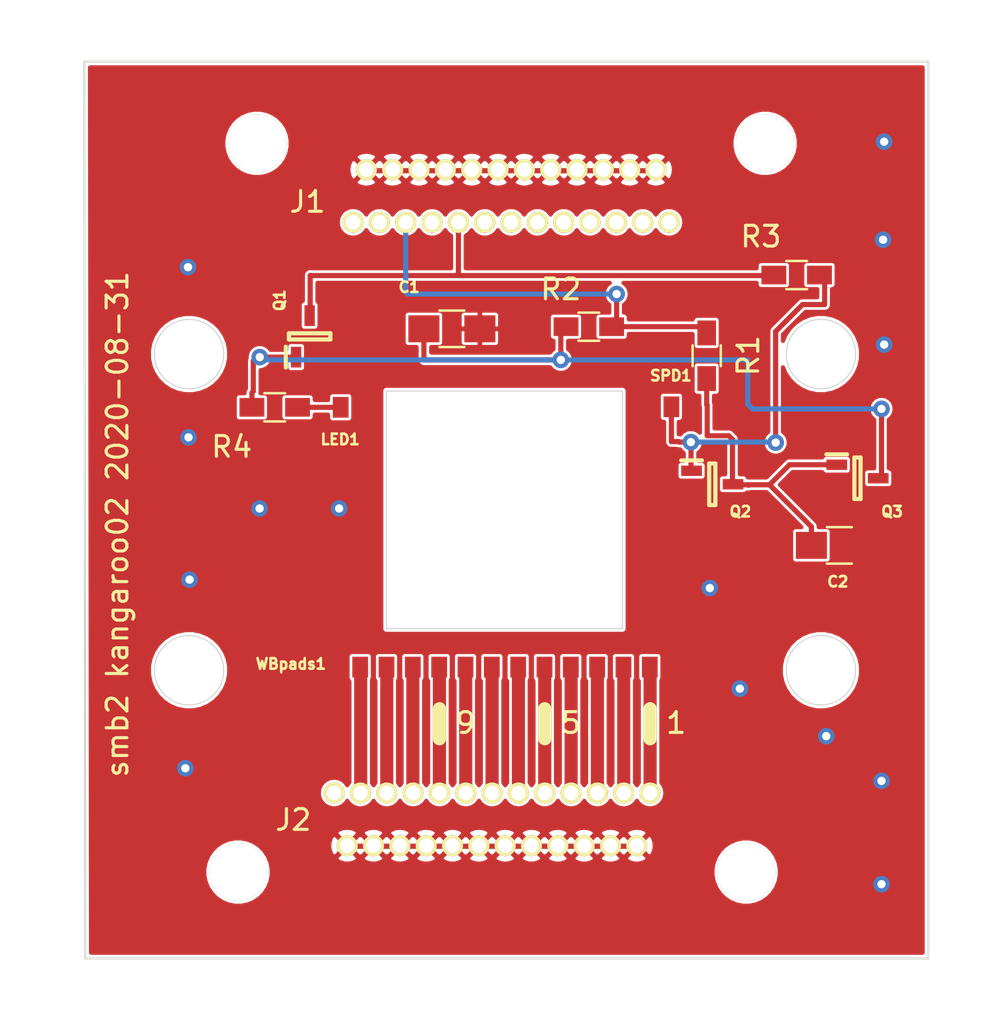
<source format=kicad_pcb>
(kicad_pcb (version 20171130) (host pcbnew "(5.1.5-0-10_14)")

  (general
    (thickness 1.6)
    (drawings 20)
    (tracks 103)
    (zones 0)
    (modules 14)
    (nets 32)
  )

  (page A4)
  (layers
    (0 F.Cu signal)
    (31 B.Cu signal)
    (32 B.Adhes user hide)
    (33 F.Adhes user hide)
    (34 B.Paste user hide)
    (35 F.Paste user hide)
    (36 B.SilkS user hide)
    (37 F.SilkS user)
    (38 B.Mask user hide)
    (39 F.Mask user hide)
    (40 Dwgs.User user hide)
    (41 Cmts.User user hide)
    (42 Eco1.User user hide)
    (43 Eco2.User user hide)
    (44 Edge.Cuts user)
    (45 Margin user hide)
    (46 B.CrtYd user hide)
    (47 F.CrtYd user hide)
    (48 B.Fab user hide)
    (49 F.Fab user hide)
  )

  (setup
    (last_trace_width 0.25)
    (trace_clearance 0.127)
    (zone_clearance 0.127)
    (zone_45_only no)
    (trace_min 0.2)
    (via_size 1.143)
    (via_drill 0.4)
    (via_min_size 0.4)
    (via_min_drill 0.3)
    (uvia_size 0.381)
    (uvia_drill 0.1)
    (uvias_allowed no)
    (uvia_min_size 0.2)
    (uvia_min_drill 0.1)
    (edge_width 0.05)
    (segment_width 0.2)
    (pcb_text_width 0.3)
    (pcb_text_size 1.5 1.5)
    (mod_edge_width 0.12)
    (mod_text_size 1 1)
    (mod_text_width 0.15)
    (pad_size 1.5 1.3)
    (pad_drill 0)
    (pad_to_mask_clearance 0.1016)
    (solder_mask_min_width 0.25)
    (aux_axis_origin 0 0)
    (visible_elements FFFFFFFF)
    (pcbplotparams
      (layerselection 0x010fc_ffffffff)
      (usegerberextensions false)
      (usegerberattributes false)
      (usegerberadvancedattributes false)
      (creategerberjobfile false)
      (excludeedgelayer true)
      (linewidth 0.100000)
      (plotframeref false)
      (viasonmask false)
      (mode 1)
      (useauxorigin false)
      (hpglpennumber 1)
      (hpglpenspeed 20)
      (hpglpendiameter 15.000000)
      (psnegative false)
      (psa4output false)
      (plotreference true)
      (plotvalue true)
      (plotinvisibletext false)
      (padsonsilk false)
      (subtractmaskfromsilk false)
      (outputformat 1)
      (mirror false)
      (drillshape 1)
      (scaleselection 1)
      (outputdirectory "./"))
  )

  (net 0 "")
  (net 1 GND)
  (net 2 "Net-(C2-Pad1)")
  (net 3 "Net-(J1-Pad13)")
  (net 4 "Net-(J1-Pad12)")
  (net 5 "Net-(J1-Pad11)")
  (net 6 "Net-(J1-Pad10)")
  (net 7 "Net-(J1-Pad9)")
  (net 8 "Net-(J1-Pad8)")
  (net 9 "Net-(J1-Pad7)")
  (net 10 "Net-(J1-Pad6)")
  (net 11 "Net-(J1-Pad5)")
  (net 12 "Net-(J1-Pad4)")
  (net 13 "Net-(J1-Pad3)")
  (net 14 "Net-(J1-Pad2)")
  (net 15 "Net-(J1-Pad1)")
  (net 16 "Net-(J2-Pad13)")
  (net 17 "Net-(J2-Pad12)")
  (net 18 "Net-(J2-Pad11)")
  (net 19 "Net-(J2-Pad10)")
  (net 20 "Net-(J2-Pad9)")
  (net 21 "Net-(J2-Pad8)")
  (net 22 "Net-(J2-Pad7)")
  (net 23 "Net-(J2-Pad6)")
  (net 24 "Net-(J2-Pad3)")
  (net 25 "Net-(J2-Pad1)")
  (net 26 "Net-(J2-Pad2)")
  (net 27 "Net-(J2-Pad5)")
  (net 28 "Net-(J2-Pad4)")
  (net 29 "Net-(C1-Pad1)")
  (net 30 "Net-(LED1-Pad1)")
  (net 31 "Net-(Q2-Pad1)")

  (net_class Default "This is the default net class."
    (clearance 0.127)
    (trace_width 0.25)
    (via_dia 1.143)
    (via_drill 0.4)
    (uvia_dia 0.381)
    (uvia_drill 0.1)
    (add_net GND)
    (add_net "Net-(C1-Pad1)")
    (add_net "Net-(C2-Pad1)")
    (add_net "Net-(J1-Pad1)")
    (add_net "Net-(J1-Pad10)")
    (add_net "Net-(J1-Pad11)")
    (add_net "Net-(J1-Pad12)")
    (add_net "Net-(J1-Pad13)")
    (add_net "Net-(J1-Pad2)")
    (add_net "Net-(J1-Pad3)")
    (add_net "Net-(J1-Pad4)")
    (add_net "Net-(J1-Pad5)")
    (add_net "Net-(J1-Pad6)")
    (add_net "Net-(J1-Pad7)")
    (add_net "Net-(J1-Pad8)")
    (add_net "Net-(J1-Pad9)")
    (add_net "Net-(J2-Pad1)")
    (add_net "Net-(J2-Pad10)")
    (add_net "Net-(J2-Pad11)")
    (add_net "Net-(J2-Pad12)")
    (add_net "Net-(J2-Pad13)")
    (add_net "Net-(J2-Pad2)")
    (add_net "Net-(J2-Pad3)")
    (add_net "Net-(J2-Pad4)")
    (add_net "Net-(J2-Pad5)")
    (add_net "Net-(J2-Pad6)")
    (add_net "Net-(J2-Pad7)")
    (add_net "Net-(J2-Pad8)")
    (add_net "Net-(J2-Pad9)")
    (add_net "Net-(LED1-Pad1)")
    (add_net "Net-(Q2-Pad1)")
  )

  (module myfootprints:MicroD-25-M-upsidedown (layer F.Cu) (tedit 5F4D698C) (tstamp 5F4D48F4)
    (at 145.4018 120.269 270)
    (path /5E7D529E)
    (fp_text reference J2 (at 0.0254 13.398) (layer F.SilkS)
      (effects (font (size 1 1) (thickness 0.15)))
    )
    (fp_text value MicroD-25-M (at -3.81 3.8354) (layer F.Fab)
      (effects (font (size 1 1) (thickness 0.15)))
    )
    (pad 26 thru_hole circle (at 2.54 -8.445 270) (size 2.79 2.79) (drill 2.79) (layers *.Cu *.Mask F.SilkS))
    (pad 0 thru_hole circle (at 2.54 16.065 270) (size 2.79 2.79) (drill 2.79) (layers *.Cu *.Mask F.SilkS))
    (pad 14 thru_hole circle (at 1.27 -3.17 270) (size 1.016 1.016) (drill 0.71) (layers *.Cu *.Mask F.SilkS)
      (net 1 GND) (zone_connect 1) (thermal_width 0.254) (thermal_gap 0.254))
    (pad 15 thru_hole circle (at 1.27 -1.9 270) (size 1.016 1.016) (drill 0.71) (layers *.Cu *.Mask F.SilkS)
      (net 1 GND) (zone_connect 1) (thermal_width 0.254) (thermal_gap 0.254))
    (pad 16 thru_hole circle (at 1.27 -0.63 270) (size 1.016 1.016) (drill 0.71) (layers *.Cu *.Mask F.SilkS)
      (net 1 GND) (zone_connect 1) (thermal_width 0.254) (thermal_gap 0.254))
    (pad 17 thru_hole circle (at 1.27 0.64 270) (size 1.016 1.016) (drill 0.71) (layers *.Cu *.Mask F.SilkS)
      (net 1 GND) (zone_connect 1) (thermal_width 0.254) (thermal_gap 0.254))
    (pad 18 thru_hole circle (at 1.27 1.91 270) (size 1.016 1.016) (drill 0.71) (layers *.Cu *.Mask F.SilkS)
      (net 1 GND) (zone_connect 1) (thermal_width 0.254) (thermal_gap 0.254))
    (pad 19 thru_hole circle (at 1.27 3.18 270) (size 1.016 1.016) (drill 0.71) (layers *.Cu *.Mask F.SilkS)
      (net 1 GND) (zone_connect 1) (thermal_width 0.254) (thermal_gap 0.254))
    (pad 20 thru_hole circle (at 1.27 4.45 270) (size 1.016 1.016) (drill 0.71) (layers *.Cu *.Mask F.SilkS)
      (net 1 GND) (zone_connect 1) (thermal_width 0.254) (thermal_gap 0.254))
    (pad 21 thru_hole circle (at 1.27 5.72 270) (size 1.016 1.016) (drill 0.71) (layers *.Cu *.Mask F.SilkS)
      (net 1 GND) (zone_connect 1) (thermal_width 0.254) (thermal_gap 0.254))
    (pad 22 thru_hole circle (at 1.27 6.99 270) (size 1.016 1.016) (drill 0.71) (layers *.Cu *.Mask F.SilkS)
      (net 1 GND) (zone_connect 1) (thermal_width 0.254) (thermal_gap 0.254))
    (pad 23 thru_hole circle (at 1.27 8.26 270) (size 1.016 1.016) (drill 0.7112) (layers *.Cu *.Mask F.SilkS)
      (net 1 GND) (zone_connect 1) (thermal_width 0.254) (thermal_gap 0.254))
    (pad 24 thru_hole circle (at 1.27 9.53 270) (size 1.016 1.016) (drill 0.71) (layers *.Cu *.Mask F.SilkS)
      (net 1 GND) (zone_connect 1) (thermal_width 0.254) (thermal_gap 0.254))
    (pad 25 thru_hole circle (at 1.27 10.8 270) (size 1.016 1.016) (drill 0.71) (layers *.Cu *.Mask F.SilkS)
      (net 1 GND) (zone_connect 1) (thermal_width 0.254) (thermal_gap 0.254))
    (pad 1 thru_hole circle (at -1.27 -3.81 270) (size 1.016 1.016) (drill 0.71) (layers *.Cu *.Mask F.SilkS)
      (net 25 "Net-(J2-Pad1)"))
    (pad 2 thru_hole circle (at -1.27 -2.54 270) (size 1.016 1.016) (drill 0.71) (layers *.Cu *.Mask F.SilkS)
      (net 26 "Net-(J2-Pad2)"))
    (pad 3 thru_hole circle (at -1.27 -1.27 270) (size 1.016 1.016) (drill 0.71) (layers *.Cu *.Mask F.SilkS)
      (net 24 "Net-(J2-Pad3)"))
    (pad 4 thru_hole circle (at -1.27 0 270) (size 1.016 1.016) (drill 0.71) (layers *.Cu *.Mask F.SilkS)
      (net 28 "Net-(J2-Pad4)"))
    (pad 5 thru_hole circle (at -1.27 1.27 270) (size 1.016 1.016) (drill 0.71) (layers *.Cu *.Mask F.SilkS)
      (net 27 "Net-(J2-Pad5)"))
    (pad 6 thru_hole circle (at -1.27 2.54 270) (size 1.016 1.016) (drill 0.71) (layers *.Cu *.Mask F.SilkS)
      (net 23 "Net-(J2-Pad6)"))
    (pad 7 thru_hole circle (at -1.27 3.81 270) (size 1.016 1.016) (drill 0.71) (layers *.Cu *.Mask F.SilkS)
      (net 22 "Net-(J2-Pad7)"))
    (pad 8 thru_hole circle (at -1.27 5.08 270) (size 1.016 1.016) (drill 0.71) (layers *.Cu *.Mask F.SilkS)
      (net 21 "Net-(J2-Pad8)"))
    (pad 9 thru_hole circle (at -1.27 6.35 270) (size 1.016 1.016) (drill 0.71) (layers *.Cu *.Mask F.SilkS)
      (net 20 "Net-(J2-Pad9)"))
    (pad 10 thru_hole circle (at -1.27 7.62 270) (size 1.016 1.016) (drill 0.71) (layers *.Cu *.Mask F.SilkS)
      (net 19 "Net-(J2-Pad10)"))
    (pad 11 thru_hole circle (at -1.27 8.89 270) (size 1.016 1.016) (drill 0.71) (layers *.Cu *.Mask F.SilkS)
      (net 18 "Net-(J2-Pad11)"))
    (pad 12 thru_hole circle (at -1.27 10.16 270) (size 1.016 1.016) (drill 0.71) (layers *.Cu *.Mask F.SilkS)
      (net 17 "Net-(J2-Pad12)"))
    (pad 13 thru_hole circle (at -1.27 11.43 270) (size 1.016 1.016) (drill 0.71) (layers *.Cu *.Mask F.SilkS)
      (net 16 "Net-(J2-Pad13)"))
    (model /Users/smb2/Documents/PCB/Kicad/Footprints.pretty/3D/MicroD_381-025-112L565.STEP
      (offset (xyz 7.8486 -3.81 -5.181599999999999))
      (scale (xyz 1 1 1))
      (rotate (xyz 90 0 90))
    )
  )

  (module myfootprints:MicroD-25-M-upsidedown (layer F.Cu) (tedit 5F4D698C) (tstamp 5F4D3C17)
    (at 138.6972 90.2208 90)
    (path /5E7C669B)
    (fp_text reference J1 (at -0.2794 -6.0076 180) (layer F.SilkS)
      (effects (font (size 1 1) (thickness 0.15)))
    )
    (fp_text value MicroD-25-M (at -3.81 3.8354 180) (layer F.Fab)
      (effects (font (size 1 1) (thickness 0.15)))
    )
    (pad 26 thru_hole circle (at 2.54 -8.445 90) (size 2.79 2.79) (drill 2.79) (layers *.Cu *.Mask F.SilkS))
    (pad 0 thru_hole circle (at 2.54 16.065 90) (size 2.79 2.79) (drill 2.79) (layers *.Cu *.Mask F.SilkS))
    (pad 14 thru_hole circle (at 1.27 -3.17 90) (size 1.016 1.016) (drill 0.71) (layers *.Cu *.Mask F.SilkS)
      (net 1 GND) (zone_connect 1) (thermal_width 0.254) (thermal_gap 0.254))
    (pad 15 thru_hole circle (at 1.27 -1.9 90) (size 1.016 1.016) (drill 0.71) (layers *.Cu *.Mask F.SilkS)
      (net 1 GND) (zone_connect 1) (thermal_width 0.254) (thermal_gap 0.254))
    (pad 16 thru_hole circle (at 1.27 -0.63 90) (size 1.016 1.016) (drill 0.71) (layers *.Cu *.Mask F.SilkS)
      (net 1 GND) (zone_connect 1) (thermal_width 0.254) (thermal_gap 0.254))
    (pad 17 thru_hole circle (at 1.27 0.64 90) (size 1.016 1.016) (drill 0.71) (layers *.Cu *.Mask F.SilkS)
      (net 1 GND) (zone_connect 1) (thermal_width 0.254) (thermal_gap 0.254))
    (pad 18 thru_hole circle (at 1.27 1.91 90) (size 1.016 1.016) (drill 0.71) (layers *.Cu *.Mask F.SilkS)
      (net 1 GND) (zone_connect 1) (thermal_width 0.254) (thermal_gap 0.254))
    (pad 19 thru_hole circle (at 1.27 3.18 90) (size 1.016 1.016) (drill 0.71) (layers *.Cu *.Mask F.SilkS)
      (net 1 GND) (zone_connect 1) (thermal_width 0.254) (thermal_gap 0.254))
    (pad 20 thru_hole circle (at 1.27 4.45 90) (size 1.016 1.016) (drill 0.71) (layers *.Cu *.Mask F.SilkS)
      (net 1 GND) (zone_connect 1) (thermal_width 0.254) (thermal_gap 0.254))
    (pad 21 thru_hole circle (at 1.27 5.72 90) (size 1.016 1.016) (drill 0.71) (layers *.Cu *.Mask F.SilkS)
      (net 1 GND) (zone_connect 1) (thermal_width 0.254) (thermal_gap 0.254))
    (pad 22 thru_hole circle (at 1.27 6.99 90) (size 1.016 1.016) (drill 0.71) (layers *.Cu *.Mask F.SilkS)
      (net 1 GND) (zone_connect 1) (thermal_width 0.254) (thermal_gap 0.254))
    (pad 23 thru_hole circle (at 1.27 8.26 90) (size 1.016 1.016) (drill 0.7112) (layers *.Cu *.Mask F.SilkS)
      (net 1 GND) (zone_connect 1) (thermal_width 0.254) (thermal_gap 0.254))
    (pad 24 thru_hole circle (at 1.27 9.53 90) (size 1.016 1.016) (drill 0.71) (layers *.Cu *.Mask F.SilkS)
      (net 1 GND) (zone_connect 1) (thermal_width 0.254) (thermal_gap 0.254))
    (pad 25 thru_hole circle (at 1.27 10.8 90) (size 1.016 1.016) (drill 0.71) (layers *.Cu *.Mask F.SilkS)
      (net 1 GND) (zone_connect 1) (thermal_width 0.254) (thermal_gap 0.254))
    (pad 1 thru_hole circle (at -1.27 -3.81 90) (size 1.016 1.016) (drill 0.71) (layers *.Cu *.Mask F.SilkS)
      (net 15 "Net-(J1-Pad1)"))
    (pad 2 thru_hole circle (at -1.27 -2.54 90) (size 1.016 1.016) (drill 0.71) (layers *.Cu *.Mask F.SilkS)
      (net 14 "Net-(J1-Pad2)"))
    (pad 3 thru_hole circle (at -1.27 -1.27 90) (size 1.016 1.016) (drill 0.71) (layers *.Cu *.Mask F.SilkS)
      (net 13 "Net-(J1-Pad3)"))
    (pad 4 thru_hole circle (at -1.27 0 90) (size 1.016 1.016) (drill 0.71) (layers *.Cu *.Mask F.SilkS)
      (net 12 "Net-(J1-Pad4)"))
    (pad 5 thru_hole circle (at -1.27 1.27 90) (size 1.016 1.016) (drill 0.71) (layers *.Cu *.Mask F.SilkS)
      (net 11 "Net-(J1-Pad5)"))
    (pad 6 thru_hole circle (at -1.27 2.54 90) (size 1.016 1.016) (drill 0.71) (layers *.Cu *.Mask F.SilkS)
      (net 10 "Net-(J1-Pad6)"))
    (pad 7 thru_hole circle (at -1.27 3.81 90) (size 1.016 1.016) (drill 0.71) (layers *.Cu *.Mask F.SilkS)
      (net 9 "Net-(J1-Pad7)"))
    (pad 8 thru_hole circle (at -1.27 5.08 90) (size 1.016 1.016) (drill 0.71) (layers *.Cu *.Mask F.SilkS)
      (net 8 "Net-(J1-Pad8)"))
    (pad 9 thru_hole circle (at -1.27 6.35 90) (size 1.016 1.016) (drill 0.71) (layers *.Cu *.Mask F.SilkS)
      (net 7 "Net-(J1-Pad9)"))
    (pad 10 thru_hole circle (at -1.27 7.62 90) (size 1.016 1.016) (drill 0.71) (layers *.Cu *.Mask F.SilkS)
      (net 6 "Net-(J1-Pad10)"))
    (pad 11 thru_hole circle (at -1.27 8.89 90) (size 1.016 1.016) (drill 0.71) (layers *.Cu *.Mask F.SilkS)
      (net 5 "Net-(J1-Pad11)"))
    (pad 12 thru_hole circle (at -1.27 10.16 90) (size 1.016 1.016) (drill 0.71) (layers *.Cu *.Mask F.SilkS)
      (net 4 "Net-(J1-Pad12)"))
    (pad 13 thru_hole circle (at -1.27 11.43 90) (size 1.016 1.016) (drill 0.71) (layers *.Cu *.Mask F.SilkS)
      (net 3 "Net-(J1-Pad13)"))
    (model /Users/smb2/Documents/PCB/Kicad/Footprints.pretty/3D/MicroD_381-025-112L565.STEP
      (offset (xyz 7.8486 -3.81 -5.181599999999999))
      (scale (xyz 1 1 1))
      (rotate (xyz 90 0 90))
    )
  )

  (module Resistors_SMD:R_0603_HandSoldering (layer F.Cu) (tedit 58E0A804) (tstamp 5F4D374C)
    (at 131.107 100.4062)
    (descr "Resistor SMD 0603, hand soldering")
    (tags "resistor 0603")
    (path /5F4E9F42)
    (attr smd)
    (fp_text reference R4 (at -2.075 1.905) (layer F.SilkS)
      (effects (font (size 1 1) (thickness 0.15)))
    )
    (fp_text value R (at 0 1.55) (layer F.Fab)
      (effects (font (size 1 1) (thickness 0.15)))
    )
    (fp_text user %R (at 0 0) (layer F.Fab)
      (effects (font (size 0.4 0.4) (thickness 0.075)))
    )
    (fp_line (start -0.8 0.4) (end -0.8 -0.4) (layer F.Fab) (width 0.1))
    (fp_line (start 0.8 0.4) (end -0.8 0.4) (layer F.Fab) (width 0.1))
    (fp_line (start 0.8 -0.4) (end 0.8 0.4) (layer F.Fab) (width 0.1))
    (fp_line (start -0.8 -0.4) (end 0.8 -0.4) (layer F.Fab) (width 0.1))
    (fp_line (start 0.5 0.68) (end -0.5 0.68) (layer F.SilkS) (width 0.12))
    (fp_line (start -0.5 -0.68) (end 0.5 -0.68) (layer F.SilkS) (width 0.12))
    (fp_line (start -1.96 -0.7) (end 1.95 -0.7) (layer F.CrtYd) (width 0.05))
    (fp_line (start -1.96 -0.7) (end -1.96 0.7) (layer F.CrtYd) (width 0.05))
    (fp_line (start 1.95 0.7) (end 1.95 -0.7) (layer F.CrtYd) (width 0.05))
    (fp_line (start 1.95 0.7) (end -1.96 0.7) (layer F.CrtYd) (width 0.05))
    (pad 1 smd rect (at -1.1 0) (size 1.2 0.9) (layers F.Cu F.Paste F.Mask)
      (net 29 "Net-(C1-Pad1)"))
    (pad 2 smd rect (at 1.1 0) (size 1.2 0.9) (layers F.Cu F.Paste F.Mask)
      (net 30 "Net-(LED1-Pad1)"))
    (model ${KISYS3DMOD}/Resistors_SMD.3dshapes/R_0603.wrl
      (at (xyz 0 0 0))
      (scale (xyz 1 1 1))
      (rotate (xyz 0 0 0))
    )
  )

  (module Resistors_SMD:R_0603_HandSoldering (layer F.Cu) (tedit 58E0A804) (tstamp 5E7A5EC7)
    (at 156.2824 94.0308)
    (descr "Resistor SMD 0603, hand soldering")
    (tags "resistor 0603")
    (path /5E79A1AD)
    (attr smd)
    (fp_text reference R3 (at -1.7234 -1.8542) (layer F.SilkS)
      (effects (font (size 1 1) (thickness 0.15)))
    )
    (fp_text value R (at 0 1.55) (layer F.Fab)
      (effects (font (size 1 1) (thickness 0.15)))
    )
    (fp_text user %R (at 0 0) (layer F.Fab)
      (effects (font (size 0.4 0.4) (thickness 0.075)))
    )
    (fp_line (start -0.8 0.4) (end -0.8 -0.4) (layer F.Fab) (width 0.1))
    (fp_line (start 0.8 0.4) (end -0.8 0.4) (layer F.Fab) (width 0.1))
    (fp_line (start 0.8 -0.4) (end 0.8 0.4) (layer F.Fab) (width 0.1))
    (fp_line (start -0.8 -0.4) (end 0.8 -0.4) (layer F.Fab) (width 0.1))
    (fp_line (start 0.5 0.68) (end -0.5 0.68) (layer F.SilkS) (width 0.12))
    (fp_line (start -0.5 -0.68) (end 0.5 -0.68) (layer F.SilkS) (width 0.12))
    (fp_line (start -1.96 -0.7) (end 1.95 -0.7) (layer F.CrtYd) (width 0.05))
    (fp_line (start -1.96 -0.7) (end -1.96 0.7) (layer F.CrtYd) (width 0.05))
    (fp_line (start 1.95 0.7) (end 1.95 -0.7) (layer F.CrtYd) (width 0.05))
    (fp_line (start 1.95 0.7) (end -1.96 0.7) (layer F.CrtYd) (width 0.05))
    (pad 1 smd rect (at -1.1 0) (size 1.2 0.9) (layers F.Cu F.Paste F.Mask)
      (net 11 "Net-(J1-Pad5)"))
    (pad 2 smd rect (at 1.1 0) (size 1.2 0.9) (layers F.Cu F.Paste F.Mask)
      (net 31 "Net-(Q2-Pad1)"))
    (model ${KISYS3DMOD}/Resistors_SMD.3dshapes/R_0603.wrl
      (at (xyz 0 0 0))
      (scale (xyz 1 1 1))
      (rotate (xyz 0 0 0))
    )
  )

  (module Resistors_SMD:R_0603_HandSoldering (layer F.Cu) (tedit 58E0A804) (tstamp 5E7A5E58)
    (at 146.257 96.52 180)
    (descr "Resistor SMD 0603, hand soldering")
    (tags "resistor 0603")
    (path /5E79AE4E)
    (attr smd)
    (fp_text reference R2 (at 1.35 1.8034) (layer F.SilkS)
      (effects (font (size 1 1) (thickness 0.15)))
    )
    (fp_text value R (at 0 1.55) (layer F.Fab)
      (effects (font (size 1 1) (thickness 0.15)))
    )
    (fp_text user %R (at 0 0) (layer F.Fab)
      (effects (font (size 0.4 0.4) (thickness 0.075)))
    )
    (fp_line (start -0.8 0.4) (end -0.8 -0.4) (layer F.Fab) (width 0.1))
    (fp_line (start 0.8 0.4) (end -0.8 0.4) (layer F.Fab) (width 0.1))
    (fp_line (start 0.8 -0.4) (end 0.8 0.4) (layer F.Fab) (width 0.1))
    (fp_line (start -0.8 -0.4) (end 0.8 -0.4) (layer F.Fab) (width 0.1))
    (fp_line (start 0.5 0.68) (end -0.5 0.68) (layer F.SilkS) (width 0.12))
    (fp_line (start -0.5 -0.68) (end 0.5 -0.68) (layer F.SilkS) (width 0.12))
    (fp_line (start -1.96 -0.7) (end 1.95 -0.7) (layer F.CrtYd) (width 0.05))
    (fp_line (start -1.96 -0.7) (end -1.96 0.7) (layer F.CrtYd) (width 0.05))
    (fp_line (start 1.95 0.7) (end 1.95 -0.7) (layer F.CrtYd) (width 0.05))
    (fp_line (start 1.95 0.7) (end -1.96 0.7) (layer F.CrtYd) (width 0.05))
    (pad 1 smd rect (at -1.1 0 180) (size 1.2 0.9) (layers F.Cu F.Paste F.Mask)
      (net 13 "Net-(J1-Pad3)"))
    (pad 2 smd rect (at 1.1 0 180) (size 1.2 0.9) (layers F.Cu F.Paste F.Mask)
      (net 29 "Net-(C1-Pad1)"))
    (model ${KISYS3DMOD}/Resistors_SMD.3dshapes/R_0603.wrl
      (at (xyz 0 0 0))
      (scale (xyz 1 1 1))
      (rotate (xyz 0 0 0))
    )
  )

  (module Resistors_SMD:R_0603_HandSoldering (layer F.Cu) (tedit 58E0A804) (tstamp 5E7A9D91)
    (at 151.9428 97.9208 270)
    (descr "Resistor SMD 0603, hand soldering")
    (tags "resistor 0603")
    (path /5E799546)
    (attr smd)
    (fp_text reference R1 (at -0.0038 -2.0066 90) (layer F.SilkS)
      (effects (font (size 1 1) (thickness 0.15)))
    )
    (fp_text value R (at 0 1.55 90) (layer F.Fab)
      (effects (font (size 1 1) (thickness 0.15)))
    )
    (fp_text user %R (at 0 0 90) (layer F.Fab)
      (effects (font (size 0.4 0.4) (thickness 0.075)))
    )
    (fp_line (start -0.8 0.4) (end -0.8 -0.4) (layer F.Fab) (width 0.1))
    (fp_line (start 0.8 0.4) (end -0.8 0.4) (layer F.Fab) (width 0.1))
    (fp_line (start 0.8 -0.4) (end 0.8 0.4) (layer F.Fab) (width 0.1))
    (fp_line (start -0.8 -0.4) (end 0.8 -0.4) (layer F.Fab) (width 0.1))
    (fp_line (start 0.5 0.68) (end -0.5 0.68) (layer F.SilkS) (width 0.12))
    (fp_line (start -0.5 -0.68) (end 0.5 -0.68) (layer F.SilkS) (width 0.12))
    (fp_line (start -1.96 -0.7) (end 1.95 -0.7) (layer F.CrtYd) (width 0.05))
    (fp_line (start -1.96 -0.7) (end -1.96 0.7) (layer F.CrtYd) (width 0.05))
    (fp_line (start 1.95 0.7) (end 1.95 -0.7) (layer F.CrtYd) (width 0.05))
    (fp_line (start 1.95 0.7) (end -1.96 0.7) (layer F.CrtYd) (width 0.05))
    (pad 1 smd rect (at -1.1 0 270) (size 1.2 0.9) (layers F.Cu F.Paste F.Mask)
      (net 13 "Net-(J1-Pad3)"))
    (pad 2 smd rect (at 1.1 0 270) (size 1.2 0.9) (layers F.Cu F.Paste F.Mask)
      (net 2 "Net-(C2-Pad1)"))
    (model ${KISYS3DMOD}/Resistors_SMD.3dshapes/R_0603.wrl
      (at (xyz 0 0 0))
      (scale (xyz 1 1 1))
      (rotate (xyz 0 0 0))
    )
  )

  (module DMND62D0U:SOT65P210X110-3N (layer F.Cu) (tedit 5E7BCFFD) (tstamp 5E7E2110)
    (at 159.2166 103.8248)
    (descr DMN62D0UW-7-1)
    (tags "MOSFET (N-Channel)")
    (path /5E798123)
    (attr smd)
    (fp_text reference Q3 (at 1.667 1.6106) (layer F.SilkS)
      (effects (font (size 0.508 0.508) (thickness 0.127)))
    )
    (fp_text value DMN62D0UW-7 (at 2.556 -0.0912 -90) (layer F.SilkS) hide
      (effects (font (size 0.508 0.508) (thickness 0.127)))
    )
    (fp_line (start -1.5 -1.15) (end -0.5 -1.15) (layer F.SilkS) (width 0.2))
    (fp_line (start -0.15 1) (end -0.15 -1) (layer F.SilkS) (width 0.2))
    (fp_line (start 0.15 1) (end -0.15 1) (layer F.SilkS) (width 0.2))
    (fp_line (start 0.15 -1) (end 0.15 1) (layer F.SilkS) (width 0.2))
    (fp_line (start -0.15 -1) (end 0.15 -1) (layer F.SilkS) (width 0.2))
    (fp_line (start -0.625 -0.35) (end 0.025 -1) (layer F.Fab) (width 0.1))
    (fp_line (start -0.625 1) (end -0.625 -1) (layer F.Fab) (width 0.1))
    (fp_line (start 0.625 1) (end -0.625 1) (layer F.Fab) (width 0.1))
    (fp_line (start 0.625 -1) (end 0.625 1) (layer F.Fab) (width 0.1))
    (fp_line (start -0.625 -1) (end 0.625 -1) (layer F.Fab) (width 0.1))
    (fp_line (start -1.75 1.35) (end -1.75 -1.35) (layer F.CrtYd) (width 0.05))
    (fp_line (start 1.75 1.35) (end -1.75 1.35) (layer F.CrtYd) (width 0.05))
    (fp_line (start 1.75 -1.35) (end 1.75 1.35) (layer F.CrtYd) (width 0.05))
    (fp_line (start -1.75 -1.35) (end 1.75 -1.35) (layer F.CrtYd) (width 0.05))
    (fp_text user %R (at 0 0) (layer F.Fab)
      (effects (font (size 1.27 1.27) (thickness 0.254)))
    )
    (pad 3 smd rect (at 1 0 90) (size 0.5 1) (layers F.Cu F.Paste F.Mask)
      (net 29 "Net-(C1-Pad1)"))
    (pad 2 smd rect (at -1 0.65 90) (size 0.5 1) (layers F.Cu F.Paste F.Mask)
      (net 1 GND))
    (pad 1 smd rect (at -1 -0.65 90) (size 0.5 1) (layers F.Cu F.Paste F.Mask)
      (net 2 "Net-(C2-Pad1)"))
    (model DMN62D0UW-7.stp
      (at (xyz 0 0 0))
      (scale (xyz 1 1 1))
      (rotate (xyz 0 0 0))
    )
    (model ${DMN}/DMN62D0UW-7.stp
      (at (xyz 0 0 0))
      (scale (xyz 1 1 1))
      (rotate (xyz 0 0 0))
    )
  )

  (module Resistors_SMD:R_0805_HandSoldering (layer F.Cu) (tedit 58E0A804) (tstamp 5E7E20DB)
    (at 158.3436 107.061)
    (descr "Resistor SMD 0805, hand soldering")
    (tags "resistor 0805")
    (path /5E7A05F3)
    (attr smd)
    (fp_text reference C2 (at -0.0762 1.7526) (layer F.SilkS)
      (effects (font (size 0.508 0.508) (thickness 0.127)))
    )
    (fp_text value C (at 0 1.75) (layer F.Fab)
      (effects (font (size 1 1) (thickness 0.15)))
    )
    (fp_text user %R (at 0 0) (layer F.Fab)
      (effects (font (size 0.5 0.5) (thickness 0.075)))
    )
    (fp_line (start -1 0.62) (end -1 -0.62) (layer F.Fab) (width 0.1))
    (fp_line (start 1 0.62) (end -1 0.62) (layer F.Fab) (width 0.1))
    (fp_line (start 1 -0.62) (end 1 0.62) (layer F.Fab) (width 0.1))
    (fp_line (start -1 -0.62) (end 1 -0.62) (layer F.Fab) (width 0.1))
    (fp_line (start 0.6 0.88) (end -0.6 0.88) (layer F.SilkS) (width 0.12))
    (fp_line (start -0.6 -0.88) (end 0.6 -0.88) (layer F.SilkS) (width 0.12))
    (fp_line (start -2.35 -0.9) (end 2.35 -0.9) (layer F.CrtYd) (width 0.05))
    (fp_line (start -2.35 -0.9) (end -2.35 0.9) (layer F.CrtYd) (width 0.05))
    (fp_line (start 2.35 0.9) (end 2.35 -0.9) (layer F.CrtYd) (width 0.05))
    (fp_line (start 2.35 0.9) (end -2.35 0.9) (layer F.CrtYd) (width 0.05))
    (pad 1 smd rect (at -1.35 0) (size 1.5 1.3) (layers F.Cu F.Paste F.Mask)
      (net 2 "Net-(C2-Pad1)"))
    (pad 2 smd rect (at 1.35 0) (size 1.5 1.3) (layers F.Cu F.Paste F.Mask)
      (net 1 GND))
    (model ${KISYS3DMOD}/Resistors_SMD.3dshapes/R_0805.wrl
      (at (xyz 0 0 0))
      (scale (xyz 1 1 1))
      (rotate (xyz 0 0 0))
    )
  )

  (module uD:wirebond-1 (layer F.Cu) (tedit 5E7CC403) (tstamp 5F57A57A)
    (at 143.891 92.7608)
    (path /5E8E833B)
    (attr smd)
    (fp_text reference SPD1 (at 6.3246 6.1214) (layer F.SilkS)
      (effects (font (size 0.508 0.508) (thickness 0.127)))
    )
    (fp_text value CONN_01X01 (at 5.9944 9.6266) (layer F.Fab)
      (effects (font (size 1 1) (thickness 0.15)))
    )
    (pad 1 smd rect (at 6.35 7.62) (size 0.762 1) (layers F.Cu F.Mask)
      (net 31 "Net-(Q2-Pad1)"))
  )

  (module uD:wirebond-1 (layer F.Cu) (tedit 5E7CC403) (tstamp 5E7CD30B)
    (at 127.9398 92.7862)
    (path /5E8EA3FF)
    (attr smd)
    (fp_text reference LED1 (at 6.3246 9.1694) (layer F.SilkS)
      (effects (font (size 0.508 0.508) (thickness 0.127)))
    )
    (fp_text value CONN_01X01 (at 5.9944 9.6266) (layer F.Fab)
      (effects (font (size 1 1) (thickness 0.15)))
    )
    (pad 1 smd rect (at 6.35 7.62) (size 0.762 1) (layers F.Cu F.Mask)
      (net 30 "Net-(LED1-Pad1)"))
  )

  (module uD:wirebond-12 (layer F.Cu) (tedit 5E7CBB8B) (tstamp 5E7CC652)
    (at 128.8796 105.3084)
    (path /5E7B1ED6)
    (fp_text reference WBpads1 (at 3.0099 7.4676) (layer F.SilkS)
      (effects (font (size 0.508 0.508) (thickness 0.127)))
    )
    (fp_text value CONN_01X12 (at 5.08 5.08) (layer F.Fab)
      (effects (font (size 0.508 0.508) (thickness 0.127)))
    )
    (pad 12 smd rect (at 20.32 7.62) (size 0.762 1) (layers F.Cu F.Mask)
      (net 25 "Net-(J2-Pad1)"))
    (pad 11 smd rect (at 19.05 7.62) (size 0.762 1) (layers F.Cu F.Mask)
      (net 26 "Net-(J2-Pad2)"))
    (pad 10 smd rect (at 17.78 7.62) (size 0.762 1) (layers F.Cu F.Mask)
      (net 24 "Net-(J2-Pad3)"))
    (pad 9 smd rect (at 16.51 7.62) (size 0.762 1) (layers F.Cu F.Mask)
      (net 28 "Net-(J2-Pad4)"))
    (pad 8 smd rect (at 15.24 7.62) (size 0.762 1) (layers F.Cu F.Mask)
      (net 27 "Net-(J2-Pad5)"))
    (pad 7 smd rect (at 13.97 7.62) (size 0.762 1) (layers F.Cu F.Mask)
      (net 23 "Net-(J2-Pad6)"))
    (pad 6 smd rect (at 12.7 7.62) (size 0.762 1) (layers F.Cu F.Mask)
      (net 22 "Net-(J2-Pad7)"))
    (pad 5 smd rect (at 11.43 7.62) (size 0.762 1) (layers F.Cu F.Mask)
      (net 21 "Net-(J2-Pad8)"))
    (pad 4 smd rect (at 10.16 7.62) (size 0.762 1) (layers F.Cu F.Mask)
      (net 20 "Net-(J2-Pad9)"))
    (pad 3 smd rect (at 8.89 7.62) (size 0.762 1) (layers F.Cu F.Mask)
      (net 19 "Net-(J2-Pad10)"))
    (pad 2 smd rect (at 7.62 7.62) (size 0.762 1) (layers F.Cu F.Mask)
      (net 18 "Net-(J2-Pad11)"))
    (pad 1 smd rect (at 6.35 7.62) (size 0.762 1) (layers F.Cu F.Mask)
      (net 17 "Net-(J2-Pad12)"))
  )

  (module DMND62D0U:SOT65P210X110-3N (layer F.Cu) (tedit 5E7BCFFD) (tstamp 5E7C1EB2)
    (at 152.2128 104.1146)
    (descr DMN62D0UW-7-1)
    (tags "MOSFET (N-Channel)")
    (path /5E794A9D)
    (attr smd)
    (fp_text reference Q2 (at 1.3556 1.3208) (layer F.SilkS)
      (effects (font (size 0.508 0.508) (thickness 0.127)))
    )
    (fp_text value DMN62D0UW-7 (at -2.8608 -0.0508) (layer F.SilkS) hide
      (effects (font (size 0.508 0.508) (thickness 0.127)))
    )
    (fp_line (start -1.5 -1.15) (end -0.5 -1.15) (layer F.SilkS) (width 0.2))
    (fp_line (start -0.15 1) (end -0.15 -1) (layer F.SilkS) (width 0.2))
    (fp_line (start 0.15 1) (end -0.15 1) (layer F.SilkS) (width 0.2))
    (fp_line (start 0.15 -1) (end 0.15 1) (layer F.SilkS) (width 0.2))
    (fp_line (start -0.15 -1) (end 0.15 -1) (layer F.SilkS) (width 0.2))
    (fp_line (start -0.625 -0.35) (end 0.025 -1) (layer F.Fab) (width 0.1))
    (fp_line (start -0.625 1) (end -0.625 -1) (layer F.Fab) (width 0.1))
    (fp_line (start 0.625 1) (end -0.625 1) (layer F.Fab) (width 0.1))
    (fp_line (start 0.625 -1) (end 0.625 1) (layer F.Fab) (width 0.1))
    (fp_line (start -0.625 -1) (end 0.625 -1) (layer F.Fab) (width 0.1))
    (fp_line (start -1.75 1.35) (end -1.75 -1.35) (layer F.CrtYd) (width 0.05))
    (fp_line (start 1.75 1.35) (end -1.75 1.35) (layer F.CrtYd) (width 0.05))
    (fp_line (start 1.75 -1.35) (end 1.75 1.35) (layer F.CrtYd) (width 0.05))
    (fp_line (start -1.75 -1.35) (end 1.75 -1.35) (layer F.CrtYd) (width 0.05))
    (fp_text user %R (at 0 0) (layer F.Fab)
      (effects (font (size 1.27 1.27) (thickness 0.254)))
    )
    (pad 3 smd rect (at 1 0 90) (size 0.5 1) (layers F.Cu F.Paste F.Mask)
      (net 2 "Net-(C2-Pad1)"))
    (pad 2 smd rect (at -1 0.65 90) (size 0.5 1) (layers F.Cu F.Paste F.Mask)
      (net 1 GND))
    (pad 1 smd rect (at -1 -0.65 90) (size 0.5 1) (layers F.Cu F.Paste F.Mask)
      (net 31 "Net-(Q2-Pad1)"))
    (model DMN62D0UW-7.stp
      (at (xyz 0 0 0))
      (scale (xyz 1 1 1))
      (rotate (xyz 0 0 0))
    )
    (model ${DMN}/DMN62D0UW-7.stp
      (at (xyz 0 0 0))
      (scale (xyz 1 1 1))
      (rotate (xyz 0 0 0))
    )
  )

  (module DMND62D0U:SOT65P210X110-3N (layer F.Cu) (tedit 5E7BCFFD) (tstamp 5E7C1E9C)
    (at 132.7912 96.9866 90)
    (descr DMN62D0UW-7-1)
    (tags "MOSFET (N-Channel)")
    (path /5E795A0C)
    (attr smd)
    (fp_text reference Q1 (at 1.7366 -1.4478 90) (layer F.SilkS)
      (effects (font (size 0.508 0.508) (thickness 0.127)))
    )
    (fp_text value DMN62D0UW-7 (at 0.5682 -2.667 90) (layer F.SilkS) hide
      (effects (font (size 0.508 0.508) (thickness 0.127)))
    )
    (fp_line (start -1.5 -1.15) (end -0.5 -1.15) (layer F.SilkS) (width 0.2))
    (fp_line (start -0.15 1) (end -0.15 -1) (layer F.SilkS) (width 0.2))
    (fp_line (start 0.15 1) (end -0.15 1) (layer F.SilkS) (width 0.2))
    (fp_line (start 0.15 -1) (end 0.15 1) (layer F.SilkS) (width 0.2))
    (fp_line (start -0.15 -1) (end 0.15 -1) (layer F.SilkS) (width 0.2))
    (fp_line (start -0.625 -0.35) (end 0.025 -1) (layer F.Fab) (width 0.1))
    (fp_line (start -0.625 1) (end -0.625 -1) (layer F.Fab) (width 0.1))
    (fp_line (start 0.625 1) (end -0.625 1) (layer F.Fab) (width 0.1))
    (fp_line (start 0.625 -1) (end 0.625 1) (layer F.Fab) (width 0.1))
    (fp_line (start -0.625 -1) (end 0.625 -1) (layer F.Fab) (width 0.1))
    (fp_line (start -1.75 1.35) (end -1.75 -1.35) (layer F.CrtYd) (width 0.05))
    (fp_line (start 1.75 1.35) (end -1.75 1.35) (layer F.CrtYd) (width 0.05))
    (fp_line (start 1.75 -1.35) (end 1.75 1.35) (layer F.CrtYd) (width 0.05))
    (fp_line (start -1.75 -1.35) (end 1.75 -1.35) (layer F.CrtYd) (width 0.05))
    (fp_text user %R (at 0 0 90) (layer F.Fab)
      (effects (font (size 1.27 1.27) (thickness 0.254)))
    )
    (pad 3 smd rect (at 1 0 180) (size 0.5 1) (layers F.Cu F.Paste F.Mask)
      (net 11 "Net-(J1-Pad5)"))
    (pad 2 smd rect (at -1 0.65 180) (size 0.5 1) (layers F.Cu F.Paste F.Mask)
      (net 1 GND))
    (pad 1 smd rect (at -1 -0.65 180) (size 0.5 1) (layers F.Cu F.Paste F.Mask)
      (net 29 "Net-(C1-Pad1)"))
    (model DMN62D0UW-7.stp
      (at (xyz 0 0 0))
      (scale (xyz 1 1 1))
      (rotate (xyz 0 0 0))
    )
    (model ${DMN}/DMN62D0UW-7.stp
      (at (xyz 0 0 0))
      (scale (xyz 1 1 1))
      (rotate (xyz 0 0 0))
    )
  )

  (module Resistors_SMD:R_0805_HandSoldering (layer F.Cu) (tedit 5F4D6A24) (tstamp 5E7A601A)
    (at 139.653 96.6216)
    (descr "Resistor SMD 0805, hand soldering")
    (tags "resistor 0805")
    (path /5E79F9D6)
    (attr smd)
    (fp_text reference C1 (at -2.0612 -2.0066) (layer F.SilkS)
      (effects (font (size 0.508 0.508) (thickness 0.127)))
    )
    (fp_text value C (at 0 1.75) (layer F.Fab)
      (effects (font (size 1 1) (thickness 0.15)))
    )
    (fp_text user %R (at 0 0) (layer F.Fab)
      (effects (font (size 0.5 0.5) (thickness 0.075)))
    )
    (fp_line (start -1 0.62) (end -1 -0.62) (layer F.Fab) (width 0.1))
    (fp_line (start 1 0.62) (end -1 0.62) (layer F.Fab) (width 0.1))
    (fp_line (start 1 -0.62) (end 1 0.62) (layer F.Fab) (width 0.1))
    (fp_line (start -1 -0.62) (end 1 -0.62) (layer F.Fab) (width 0.1))
    (fp_line (start 0.6 0.88) (end -0.6 0.88) (layer F.SilkS) (width 0.12))
    (fp_line (start -0.6 -0.88) (end 0.6 -0.88) (layer F.SilkS) (width 0.12))
    (fp_line (start -2.35 -0.9) (end 2.35 -0.9) (layer F.CrtYd) (width 0.05))
    (fp_line (start -2.35 -0.9) (end -2.35 0.9) (layer F.CrtYd) (width 0.05))
    (fp_line (start 2.35 0.9) (end 2.35 -0.9) (layer F.CrtYd) (width 0.05))
    (fp_line (start 2.35 0.9) (end -2.35 0.9) (layer F.CrtYd) (width 0.05))
    (pad 1 smd rect (at -1.35 0) (size 1.5 1.3) (layers F.Cu F.Paste F.Mask)
      (net 29 "Net-(C1-Pad1)"))
    (pad 2 smd rect (at 1.35 0) (size 1.5 1.3) (layers F.Cu F.Paste F.Mask)
      (net 1 GND) (zone_connect 1))
    (model ${KISYS3DMOD}/Resistors_SMD.3dshapes/R_0805.wrl
      (at (xyz 0 0 0))
      (scale (xyz 1 1 1))
      (rotate (xyz 0 0 0))
    )
  )

  (gr_circle (center 157.4546 113.0808) (end 158.5976 114.3) (layer Edge.Cuts) (width 0.05) (tstamp 5E7E20C9))
  (gr_circle (center 157.4546 97.8408) (end 158.5976 99.06) (layer Edge.Cuts) (width 0.05) (tstamp 5E7E2073))
  (gr_circle (center 126.9746 97.8408) (end 128.1176 99.06) (layer Edge.Cuts) (width 0.05) (tstamp 5E7E206C))
  (gr_circle (center 126.9746 113.0808) (end 128.1176 114.3) (layer Edge.Cuts) (width 0.05))
  (gr_text 9 (at 140.3096 115.6208) (layer F.SilkS)
    (effects (font (size 1 1) (thickness 0.15)))
  )
  (gr_text 5 (at 145.3896 115.6208) (layer F.SilkS)
    (effects (font (size 1 1) (thickness 0.15)))
  )
  (gr_text 1 (at 150.4696 115.6208) (layer F.SilkS)
    (effects (font (size 1 1) (thickness 0.15)))
  )
  (gr_line (start 139.0523 114.935) (end 139.0523 116.3828) (layer F.SilkS) (width 0.635) (tstamp 5E7E1FD0))
  (gr_line (start 144.1323 114.935) (end 144.1323 116.3828) (layer F.SilkS) (width 0.635) (tstamp 5E7E1FCD))
  (gr_line (start 149.2123 114.935) (end 149.2123 116.3828) (layer F.SilkS) (width 0.635) (tstamp 5E7E1FCA))
  (gr_text "smb2 kangaroo02 2020-08-31" (at 123.5202 106.045 90) (layer F.SilkS)
    (effects (font (size 1 1) (thickness 0.15)))
  )
  (gr_line (start 136.4996 111.0742) (end 147.8788 111.0742) (layer Edge.Cuts) (width 0.05))
  (gr_line (start 147.8788 111.0234) (end 147.8788 111.0742) (layer Edge.Cuts) (width 0.05))
  (gr_line (start 147.8788 99.6188) (end 147.8788 111.0234) (layer Edge.Cuts) (width 0.05))
  (gr_line (start 136.4996 99.6188) (end 147.8788 99.6188) (layer Edge.Cuts) (width 0.05))
  (gr_line (start 136.4996 111.0742) (end 136.4996 99.6188) (layer Edge.Cuts) (width 0.05))
  (gr_line (start 162.6362 83.7438) (end 162.6362 126.9746) (layer Edge.Cuts) (width 0.1))
  (gr_line (start 121.92 83.7438) (end 162.6362 83.7438) (layer Edge.Cuts) (width 0.1) (tstamp 5E7A603B))
  (gr_line (start 121.9708 126.9746) (end 121.92 83.7438) (layer Edge.Cuts) (width 0.1))
  (gr_line (start 162.6362 126.9746) (end 121.9708 126.9746) (layer Edge.Cuts) (width 0.1))

  (segment (start 134.62 121.5644) (end 148.59 121.5644) (width 0.25) (layer F.Cu) (net 1))
  (segment (start 135.5272 89.0016) (end 136.7972 89.0016) (width 0.25) (layer F.Cu) (net 1))
  (segment (start 136.7972 89.0016) (end 138.0672 89.0016) (width 0.25) (layer F.Cu) (net 1))
  (segment (start 138.0672 89.0016) (end 139.3372 89.0016) (width 0.25) (layer F.Cu) (net 1))
  (segment (start 139.3372 89.0016) (end 140.6072 89.0016) (width 0.25) (layer F.Cu) (net 1))
  (segment (start 140.6072 89.0016) (end 141.8772 89.0016) (width 0.25) (layer F.Cu) (net 1))
  (segment (start 141.8772 89.0016) (end 143.1472 89.0016) (width 0.25) (layer F.Cu) (net 1))
  (segment (start 143.1472 89.0016) (end 144.4172 89.0016) (width 0.25) (layer F.Cu) (net 1))
  (segment (start 144.4172 89.0016) (end 145.6872 89.0016) (width 0.25) (layer F.Cu) (net 1))
  (segment (start 145.6872 89.0016) (end 146.9572 89.0016) (width 0.25) (layer F.Cu) (net 1))
  (segment (start 146.9572 89.0016) (end 148.2272 89.0016) (width 0.25) (layer F.Cu) (net 1))
  (segment (start 148.2272 89.0016) (end 149.4972 89.0016) (width 0.25) (layer F.Cu) (net 1))
  (via (at 126.9492 101.854) (size 0.8) (drill 0.4) (layers F.Cu B.Cu) (net 1))
  (via (at 127 108.712) (size 0.8) (drill 0.4) (layers F.Cu B.Cu) (net 1))
  (via (at 130.3782 105.283) (size 0.8) (drill 0.4) (layers F.Cu B.Cu) (net 1))
  (via (at 134.2136 105.283) (size 0.8) (drill 0.4) (layers F.Cu B.Cu) (net 1))
  (via (at 126.9238 93.6498) (size 0.8) (drill 0.4) (layers F.Cu B.Cu) (net 1))
  (via (at 152.0952 109.1184) (size 0.8) (drill 0.4) (layers F.Cu B.Cu) (net 1))
  (via (at 153.543 113.9698) (size 0.8) (drill 0.4) (layers F.Cu B.Cu) (net 1))
  (via (at 157.7086 116.2558) (size 0.8) (drill 0.4) (layers F.Cu B.Cu) (net 1))
  (via (at 160.3756 118.4148) (size 0.8) (drill 0.4) (layers F.Cu B.Cu) (net 1))
  (via (at 160.3756 123.3932) (size 0.8) (drill 0.4) (layers F.Cu B.Cu) (net 1))
  (via (at 126.7968 117.8052) (size 0.8) (drill 0.4) (layers F.Cu B.Cu) (net 1))
  (via (at 160.5026 87.6046) (size 0.8) (drill 0.4) (layers F.Cu B.Cu) (net 1))
  (via (at 160.4518 92.329) (size 0.8) (drill 0.4) (layers F.Cu B.Cu) (net 1))
  (via (at 160.5026 97.3836) (size 0.8) (drill 0.4) (layers F.Cu B.Cu) (net 1))
  (segment (start 151.9428 100.2708) (end 151.9682 100.2962) (width 0.25) (layer F.Cu) (net 2))
  (segment (start 151.9428 99.2708) (end 151.9428 100.2708) (width 0.25) (layer F.Cu) (net 2))
  (segment (start 151.9682 100.2962) (end 151.9682 101.7778) (width 0.25) (layer F.Cu) (net 2))
  (segment (start 151.9682 101.7778) (end 153.0096 101.7778) (width 0.25) (layer F.Cu) (net 2))
  (segment (start 153.1874 101.9556) (end 153.1874 104.14) (width 0.25) (layer F.Cu) (net 2))
  (segment (start 153.0096 101.7778) (end 153.1874 101.9556) (width 0.25) (layer F.Cu) (net 2))
  (segment (start 153.9374 104.14) (end 153.9628 104.1654) (width 0.25) (layer F.Cu) (net 2))
  (segment (start 153.1874 104.14) (end 153.9374 104.14) (width 0.25) (layer F.Cu) (net 2))
  (segment (start 156.9936 106.161) (end 156.9936 107.061) (width 0.25) (layer F.Cu) (net 2))
  (segment (start 154.9726 104.14) (end 156.9936 106.161) (width 0.25) (layer F.Cu) (net 2))
  (segment (start 153.9374 104.14) (end 154.9726 104.14) (width 0.25) (layer F.Cu) (net 2))
  (segment (start 155.9378 103.1748) (end 154.9726 104.14) (width 0.25) (layer F.Cu) (net 2))
  (segment (start 158.2166 103.1748) (end 155.9378 103.1748) (width 0.25) (layer F.Cu) (net 2))
  (segment (start 132.8166 94.0562) (end 132.8166 95.9866) (width 0.25) (layer F.Cu) (net 11))
  (segment (start 132.8288 94.044) (end 132.8166 94.0562) (width 0.25) (layer F.Cu) (net 11))
  (segment (start 139.9672 94.043) (end 139.9672 91.44) (width 0.25) (layer F.Cu) (net 11))
  (segment (start 132.8166 94.0562) (end 139.954 94.0562) (width 0.25) (layer F.Cu) (net 11))
  (segment (start 139.954 94.0562) (end 139.9672 94.043) (width 0.25) (layer F.Cu) (net 11))
  (segment (start 139.954 94.0562) (end 154.9324 94.0562) (width 0.25) (layer F.Cu) (net 11))
  (via (at 147.5994 94.9452) (size 0.8) (drill 0.4) (layers F.Cu B.Cu) (net 13))
  (segment (start 147.5872 94.933) (end 147.5994 94.9452) (width 0.25) (layer B.Cu) (net 13))
  (segment (start 147.5994 96.4438) (end 147.6502 96.4946) (width 0.25) (layer F.Cu) (net 13))
  (segment (start 147.5994 94.9452) (end 147.5994 96.4438) (width 0.25) (layer F.Cu) (net 13))
  (segment (start 151.892 96.52) (end 151.9428 96.5708) (width 0.25) (layer F.Cu) (net 13))
  (segment (start 147.607 96.52) (end 151.892 96.52) (width 0.25) (layer F.Cu) (net 13))
  (segment (start 147.5994 94.9452) (end 137.5156 94.9452) (width 0.25) (layer B.Cu) (net 13))
  (segment (start 137.4272 94.8568) (end 137.4272 91.44) (width 0.25) (layer B.Cu) (net 13))
  (segment (start 137.5156 94.9452) (end 137.4272 94.8568) (width 0.25) (layer B.Cu) (net 13))
  (segment (start 135.255 118.6434) (end 135.255 112.9792) (width 0.635) (layer F.Cu) (net 17))
  (segment (start 136.5123 118.872) (end 136.5123 113.03) (width 0.635) (layer F.Cu) (net 18))
  (segment (start 137.7696 118.872) (end 137.7696 113.03) (width 0.635) (layer F.Cu) (net 19))
  (segment (start 139.0523 118.872) (end 139.0523 113.03) (width 0.635) (layer F.Cu) (net 20))
  (segment (start 140.3223 118.872) (end 140.3223 113.03) (width 0.635) (layer F.Cu) (net 21))
  (segment (start 141.5923 118.872) (end 141.5923 113.03) (width 0.635) (layer F.Cu) (net 22))
  (segment (start 142.8623 118.872) (end 142.8623 113.03) (width 0.635) (layer F.Cu) (net 23))
  (segment (start 146.6723 118.872) (end 146.6723 113.03) (width 0.635) (layer F.Cu) (net 24))
  (segment (start 149.2123 118.872) (end 149.2123 113.03) (width 0.635) (layer F.Cu) (net 25))
  (segment (start 147.9423 118.872) (end 147.9423 113.03) (width 0.635) (layer F.Cu) (net 26))
  (segment (start 144.1323 118.872) (end 144.1323 113.03) (width 0.635) (layer F.Cu) (net 27) (tstamp 5E7E1B27))
  (segment (start 145.4023 118.872) (end 145.4023 113.03) (width 0.635) (layer F.Cu) (net 28))
  (via (at 144.907 98.1202) (size 0.8) (drill 0.4) (layers F.Cu B.Cu) (net 29))
  (via (at 160.3756 100.4824) (size 0.8) (drill 0.4) (layers F.Cu B.Cu) (net 29))
  (segment (start 144.907 96.52) (end 144.907 98.1202) (width 0.25) (layer F.Cu) (net 29))
  (segment (start 144.907 98.1202) (end 138.3284 98.1202) (width 0.25) (layer F.Cu) (net 29))
  (segment (start 138.303 98.0948) (end 138.303 96.6216) (width 0.25) (layer F.Cu) (net 29))
  (segment (start 138.3284 98.1202) (end 138.303 98.0948) (width 0.25) (layer F.Cu) (net 29))
  (segment (start 153.924 98.1202) (end 144.907 98.1202) (width 0.25) (layer B.Cu) (net 29))
  (segment (start 160.3756 103.6658) (end 160.2166 103.8248) (width 0.25) (layer F.Cu) (net 29))
  (segment (start 160.3756 100.4824) (end 160.3756 103.6658) (width 0.25) (layer F.Cu) (net 29))
  (segment (start 153.924 98.1202) (end 153.924 100.2538) (width 0.25) (layer B.Cu) (net 29))
  (segment (start 154.1526 100.4824) (end 160.3756 100.4824) (width 0.25) (layer B.Cu) (net 29))
  (segment (start 153.924 100.2538) (end 154.1526 100.4824) (width 0.25) (layer B.Cu) (net 29))
  (segment (start 130.007 99.7062) (end 130.0734 99.6398) (width 0.25) (layer F.Cu) (net 29))
  (segment (start 130.007 100.4062) (end 130.007 99.7062) (width 0.25) (layer F.Cu) (net 29))
  (segment (start 130.0734 99.6398) (end 130.0734 98.171) (width 0.25) (layer F.Cu) (net 29))
  (segment (start 130.2578 97.9866) (end 130.3848 97.9866) (width 0.25) (layer F.Cu) (net 29))
  (segment (start 130.0734 98.171) (end 130.2578 97.9866) (width 0.25) (layer F.Cu) (net 29))
  (segment (start 144.907 98.1202) (end 130.4544 98.1202) (width 0.25) (layer B.Cu) (net 29))
  (segment (start 130.3848 97.9866) (end 132.1412 97.9866) (width 0.25) (layer F.Cu) (net 29) (tstamp 5F4D534C))
  (via (at 130.3848 97.9866) (size 0.8) (drill 0.4) (layers F.Cu B.Cu) (net 29))
  (segment (start 132.1666 100.2434) (end 132.304 100.3808) (width 0.25) (layer F.Cu) (net 30))
  (segment (start 132.304 100.3808) (end 132.3548 100.33) (width 0.25) (layer F.Cu) (net 30))
  (segment (start 131.826 100.4062) (end 134.4422 100.4062) (width 0.25) (layer F.Cu) (net 30))
  (via (at 151.1808 102.0826) (size 0.8) (drill 0.4) (layers F.Cu B.Cu) (net 31))
  (via (at 155.2702 102.108) (size 0.8) (drill 0.4) (layers F.Cu B.Cu) (net 31))
  (segment (start 151.1874 102.2162) (end 151.0792 102.108) (width 0.25) (layer F.Cu) (net 31))
  (segment (start 151.1874 103.49) (end 151.1874 102.2162) (width 0.25) (layer F.Cu) (net 31))
  (segment (start 155.2702 96.7486) (end 155.2702 102.108) (width 0.25) (layer F.Cu) (net 31))
  (segment (start 156.5656 95.4532) (end 155.2702 96.7486) (width 0.25) (layer F.Cu) (net 31))
  (segment (start 157.6324 95.4532) (end 156.5656 95.4532) (width 0.25) (layer F.Cu) (net 31))
  (segment (start 157.6324 94.0308) (end 157.6324 95.4532) (width 0.25) (layer F.Cu) (net 31))
  (segment (start 155.2448 102.0826) (end 155.2702 102.108) (width 0.25) (layer B.Cu) (net 31))
  (segment (start 151.1808 102.0826) (end 155.2448 102.0826) (width 0.25) (layer B.Cu) (net 31))
  (segment (start 150.241 102.0572) (end 150.241 100.3808) (width 0.25) (layer F.Cu) (net 31))
  (segment (start 150.589715 102.0572) (end 150.241 102.0572) (width 0.25) (layer F.Cu) (net 31))
  (segment (start 150.615115 102.0826) (end 150.589715 102.0572) (width 0.25) (layer F.Cu) (net 31))
  (segment (start 151.1808 102.0826) (end 150.615115 102.0826) (width 0.25) (layer F.Cu) (net 31))

  (zone (net 0) (net_name "") (layer F.Mask) (tstamp 5F4D654E) (hatch edge 0.508)
    (connect_pads (clearance 0.35))
    (min_thickness 0.254)
    (fill yes (arc_segments 32) (thermal_gap 0.508) (thermal_bridge_width 0.508))
    (polygon
      (pts
        (xy 148.7424 111.9124) (xy 135.7376 111.9124) (xy 135.7376 98.9076) (xy 148.7424 98.9076)
      )
    )
    (filled_polygon
      (pts
        (xy 148.6154 111.7854) (xy 135.8646 111.7854) (xy 135.8646 99.6188) (xy 136.4996 99.6188) (xy 136.4996 111.0742)
        (xy 147.8788 111.0742) (xy 147.8788 99.6188) (xy 136.4996 99.6188) (xy 135.8646 99.6188) (xy 135.8646 99.0346)
        (xy 148.6154 99.0346)
      )
    )
  )
  (zone (net 0) (net_name "") (layer B.Mask) (tstamp 5F4D654B) (hatch edge 0.508)
    (connect_pads (clearance 0.35))
    (min_thickness 0.254)
    (fill yes (arc_segments 32) (thermal_gap 0.508) (thermal_bridge_width 0.508))
    (polygon
      (pts
        (xy 155.8798 117.3988) (xy 128.8796 117.3988) (xy 128.8796 103.8352) (xy 155.8798 103.8352)
      )
    )
    (filled_polygon
      (pts
        (xy 136.4996 111.0742) (xy 147.8788 111.0742) (xy 147.8788 103.9622) (xy 155.7528 103.9622) (xy 155.7528 117.2718)
        (xy 129.0066 117.2718) (xy 129.0066 103.9622) (xy 136.4996 103.9622)
      )
    )
  )
  (zone (net 1) (net_name GND) (layer F.Cu) (tstamp 0) (hatch edge 0.508)
    (connect_pads yes (clearance 0.127))
    (min_thickness 0.2032)
    (fill yes (arc_segments 32) (thermal_gap 0.127) (thermal_bridge_width 0.2286))
    (polygon
      (pts
        (xy 165.6334 129.1844) (xy 117.9576 130.1242) (xy 117.856157 81.025999) (xy 165.5318 80.772)
      )
    )
    (polygon
      (pts
        (xy 117.856157 81.025999) (xy 117.856 81.026) (xy 117.856 80.9498)
      )
    )
    (filled_polygon
      (pts
        (xy 162.357601 126.696) (xy 122.249072 126.696) (xy 122.244317 122.649089) (xy 127.7132 122.649089) (xy 127.7132 122.968911)
        (xy 127.775594 123.282587) (xy 127.897984 123.578063) (xy 128.075667 123.843985) (xy 128.301815 124.070133) (xy 128.567737 124.247816)
        (xy 128.863213 124.370206) (xy 129.176889 124.4326) (xy 129.496711 124.4326) (xy 129.810387 124.370206) (xy 130.105863 124.247816)
        (xy 130.371785 124.070133) (xy 130.597933 123.843985) (xy 130.775616 123.578063) (xy 130.898006 123.282587) (xy 130.9604 122.968911)
        (xy 130.9604 122.649089) (xy 152.2232 122.649089) (xy 152.2232 122.968911) (xy 152.285594 123.282587) (xy 152.407984 123.578063)
        (xy 152.585667 123.843985) (xy 152.811815 124.070133) (xy 153.077737 124.247816) (xy 153.373213 124.370206) (xy 153.686889 124.4326)
        (xy 154.006711 124.4326) (xy 154.320387 124.370206) (xy 154.615863 124.247816) (xy 154.881785 124.070133) (xy 155.107933 123.843985)
        (xy 155.285616 123.578063) (xy 155.408006 123.282587) (xy 155.4704 122.968911) (xy 155.4704 122.649089) (xy 155.408006 122.335413)
        (xy 155.285616 122.039937) (xy 155.107933 121.774015) (xy 154.881785 121.547867) (xy 154.615863 121.370184) (xy 154.320387 121.247794)
        (xy 154.006711 121.1854) (xy 153.686889 121.1854) (xy 153.373213 121.247794) (xy 153.077737 121.370184) (xy 152.811815 121.547867)
        (xy 152.585667 121.774015) (xy 152.407984 122.039937) (xy 152.285594 122.335413) (xy 152.2232 122.649089) (xy 130.9604 122.649089)
        (xy 130.898006 122.335413) (xy 130.803568 122.107418) (xy 134.069303 122.107418) (xy 134.1125 122.255677) (xy 134.261719 122.337364)
        (xy 134.424006 122.38837) (xy 134.593127 122.406735) (xy 134.76258 122.391753) (xy 134.925854 122.344001) (xy 135.076675 122.265314)
        (xy 135.0911 122.255677) (xy 135.134297 122.107418) (xy 135.339303 122.107418) (xy 135.3825 122.255677) (xy 135.531719 122.337364)
        (xy 135.694006 122.38837) (xy 135.863127 122.406735) (xy 136.03258 122.391753) (xy 136.195854 122.344001) (xy 136.346675 122.265314)
        (xy 136.3611 122.255677) (xy 136.404297 122.107418) (xy 136.609303 122.107418) (xy 136.6525 122.255677) (xy 136.801719 122.337364)
        (xy 136.964006 122.38837) (xy 137.133127 122.406735) (xy 137.30258 122.391753) (xy 137.465854 122.344001) (xy 137.616675 122.265314)
        (xy 137.6311 122.255677) (xy 137.674297 122.107418) (xy 137.879303 122.107418) (xy 137.9225 122.255677) (xy 138.071719 122.337364)
        (xy 138.234006 122.38837) (xy 138.403127 122.406735) (xy 138.57258 122.391753) (xy 138.735854 122.344001) (xy 138.886675 122.265314)
        (xy 138.9011 122.255677) (xy 138.944297 122.107418) (xy 139.149303 122.107418) (xy 139.1925 122.255677) (xy 139.341719 122.337364)
        (xy 139.504006 122.38837) (xy 139.673127 122.406735) (xy 139.84258 122.391753) (xy 140.005854 122.344001) (xy 140.156675 122.265314)
        (xy 140.1711 122.255677) (xy 140.214297 122.107418) (xy 140.419303 122.107418) (xy 140.4625 122.255677) (xy 140.611719 122.337364)
        (xy 140.774006 122.38837) (xy 140.943127 122.406735) (xy 141.11258 122.391753) (xy 141.275854 122.344001) (xy 141.426675 122.265314)
        (xy 141.4411 122.255677) (xy 141.484297 122.107418) (xy 141.689303 122.107418) (xy 141.7325 122.255677) (xy 141.881719 122.337364)
        (xy 142.044006 122.38837) (xy 142.213127 122.406735) (xy 142.38258 122.391753) (xy 142.545854 122.344001) (xy 142.696675 122.265314)
        (xy 142.7111 122.255677) (xy 142.754297 122.107418) (xy 142.959303 122.107418) (xy 143.0025 122.255677) (xy 143.151719 122.337364)
        (xy 143.314006 122.38837) (xy 143.483127 122.406735) (xy 143.65258 122.391753) (xy 143.815854 122.344001) (xy 143.966675 122.265314)
        (xy 143.9811 122.255677) (xy 144.024297 122.107418) (xy 144.229303 122.107418) (xy 144.2725 122.255677) (xy 144.421719 122.337364)
        (xy 144.584006 122.38837) (xy 144.753127 122.406735) (xy 144.92258 122.391753) (xy 145.085854 122.344001) (xy 145.236675 122.265314)
        (xy 145.2511 122.255677) (xy 145.294297 122.107418) (xy 145.499303 122.107418) (xy 145.5425 122.255677) (xy 145.691719 122.337364)
        (xy 145.854006 122.38837) (xy 146.023127 122.406735) (xy 146.19258 122.391753) (xy 146.355854 122.344001) (xy 146.506675 122.265314)
        (xy 146.5211 122.255677) (xy 146.564297 122.107418) (xy 146.769303 122.107418) (xy 146.8125 122.255677) (xy 146.961719 122.337364)
        (xy 147.124006 122.38837) (xy 147.293127 122.406735) (xy 147.46258 122.391753) (xy 147.625854 122.344001) (xy 147.776675 122.265314)
        (xy 147.7911 122.255677) (xy 147.834297 122.107418) (xy 148.039303 122.107418) (xy 148.0825 122.255677) (xy 148.231719 122.337364)
        (xy 148.394006 122.38837) (xy 148.563127 122.406735) (xy 148.73258 122.391753) (xy 148.895854 122.344001) (xy 149.046675 122.265314)
        (xy 149.0611 122.255677) (xy 149.104297 122.107418) (xy 148.5718 121.574921) (xy 148.039303 122.107418) (xy 147.834297 122.107418)
        (xy 147.3018 121.574921) (xy 146.769303 122.107418) (xy 146.564297 122.107418) (xy 146.0318 121.574921) (xy 145.499303 122.107418)
        (xy 145.294297 122.107418) (xy 144.7618 121.574921) (xy 144.229303 122.107418) (xy 144.024297 122.107418) (xy 143.4918 121.574921)
        (xy 142.959303 122.107418) (xy 142.754297 122.107418) (xy 142.2218 121.574921) (xy 141.689303 122.107418) (xy 141.484297 122.107418)
        (xy 140.9518 121.574921) (xy 140.419303 122.107418) (xy 140.214297 122.107418) (xy 139.6818 121.574921) (xy 139.149303 122.107418)
        (xy 138.944297 122.107418) (xy 138.4118 121.574921) (xy 137.879303 122.107418) (xy 137.674297 122.107418) (xy 137.1418 121.574921)
        (xy 136.609303 122.107418) (xy 136.404297 122.107418) (xy 135.8718 121.574921) (xy 135.339303 122.107418) (xy 135.134297 122.107418)
        (xy 134.6018 121.574921) (xy 134.069303 122.107418) (xy 130.803568 122.107418) (xy 130.775616 122.039937) (xy 130.597933 121.774015)
        (xy 130.371785 121.547867) (xy 130.345535 121.530327) (xy 133.734065 121.530327) (xy 133.749047 121.69978) (xy 133.796799 121.863054)
        (xy 133.875486 122.013875) (xy 133.885123 122.0283) (xy 134.033382 122.071497) (xy 134.565879 121.539) (xy 134.637721 121.539)
        (xy 135.170218 122.071497) (xy 135.2368 122.052098) (xy 135.303382 122.071497) (xy 135.835879 121.539) (xy 135.907721 121.539)
        (xy 136.440218 122.071497) (xy 136.5068 122.052098) (xy 136.573382 122.071497) (xy 137.105879 121.539) (xy 137.177721 121.539)
        (xy 137.710218 122.071497) (xy 137.7768 122.052098) (xy 137.843382 122.071497) (xy 138.375879 121.539) (xy 138.447721 121.539)
        (xy 138.980218 122.071497) (xy 139.0468 122.052098) (xy 139.113382 122.071497) (xy 139.645879 121.539) (xy 139.717721 121.539)
        (xy 140.250218 122.071497) (xy 140.3168 122.052098) (xy 140.383382 122.071497) (xy 140.915879 121.539) (xy 140.987721 121.539)
        (xy 141.520218 122.071497) (xy 141.5868 122.052098) (xy 141.653382 122.071497) (xy 142.185879 121.539) (xy 142.257721 121.539)
        (xy 142.790218 122.071497) (xy 142.8568 122.052098) (xy 142.923382 122.071497) (xy 143.455879 121.539) (xy 143.527721 121.539)
        (xy 144.060218 122.071497) (xy 144.1268 122.052098) (xy 144.193382 122.071497) (xy 144.725879 121.539) (xy 144.797721 121.539)
        (xy 145.330218 122.071497) (xy 145.3968 122.052098) (xy 145.463382 122.071497) (xy 145.995879 121.539) (xy 146.067721 121.539)
        (xy 146.600218 122.071497) (xy 146.6668 122.052098) (xy 146.733382 122.071497) (xy 147.265879 121.539) (xy 147.337721 121.539)
        (xy 147.870218 122.071497) (xy 147.9368 122.052098) (xy 148.003382 122.071497) (xy 148.535879 121.539) (xy 148.607721 121.539)
        (xy 149.140218 122.071497) (xy 149.288477 122.0283) (xy 149.370164 121.879081) (xy 149.42117 121.716794) (xy 149.439535 121.547673)
        (xy 149.424553 121.37822) (xy 149.376801 121.214946) (xy 149.298114 121.064125) (xy 149.288477 121.0497) (xy 149.140218 121.006503)
        (xy 148.607721 121.539) (xy 148.535879 121.539) (xy 148.003382 121.006503) (xy 147.9368 121.025902) (xy 147.870218 121.006503)
        (xy 147.337721 121.539) (xy 147.265879 121.539) (xy 146.733382 121.006503) (xy 146.6668 121.025902) (xy 146.600218 121.006503)
        (xy 146.067721 121.539) (xy 145.995879 121.539) (xy 145.463382 121.006503) (xy 145.3968 121.025902) (xy 145.330218 121.006503)
        (xy 144.797721 121.539) (xy 144.725879 121.539) (xy 144.193382 121.006503) (xy 144.1268 121.025902) (xy 144.060218 121.006503)
        (xy 143.527721 121.539) (xy 143.455879 121.539) (xy 142.923382 121.006503) (xy 142.8568 121.025902) (xy 142.790218 121.006503)
        (xy 142.257721 121.539) (xy 142.185879 121.539) (xy 141.653382 121.006503) (xy 141.5868 121.025902) (xy 141.520218 121.006503)
        (xy 140.987721 121.539) (xy 140.915879 121.539) (xy 140.383382 121.006503) (xy 140.3168 121.025902) (xy 140.250218 121.006503)
        (xy 139.717721 121.539) (xy 139.645879 121.539) (xy 139.113382 121.006503) (xy 139.0468 121.025902) (xy 138.980218 121.006503)
        (xy 138.447721 121.539) (xy 138.375879 121.539) (xy 137.843382 121.006503) (xy 137.7768 121.025902) (xy 137.710218 121.006503)
        (xy 137.177721 121.539) (xy 137.105879 121.539) (xy 136.573382 121.006503) (xy 136.5068 121.025902) (xy 136.440218 121.006503)
        (xy 135.907721 121.539) (xy 135.835879 121.539) (xy 135.303382 121.006503) (xy 135.2368 121.025902) (xy 135.170218 121.006503)
        (xy 134.637721 121.539) (xy 134.565879 121.539) (xy 134.033382 121.006503) (xy 133.885123 121.0497) (xy 133.803436 121.198919)
        (xy 133.75243 121.361206) (xy 133.734065 121.530327) (xy 130.345535 121.530327) (xy 130.105863 121.370184) (xy 129.810387 121.247794)
        (xy 129.496711 121.1854) (xy 129.176889 121.1854) (xy 128.863213 121.247794) (xy 128.567737 121.370184) (xy 128.301815 121.547867)
        (xy 128.075667 121.774015) (xy 127.897984 122.039937) (xy 127.775594 122.335413) (xy 127.7132 122.649089) (xy 122.244317 122.649089)
        (xy 122.242345 120.970582) (xy 134.069303 120.970582) (xy 134.6018 121.503079) (xy 135.134297 120.970582) (xy 135.339303 120.970582)
        (xy 135.8718 121.503079) (xy 136.404297 120.970582) (xy 136.609303 120.970582) (xy 137.1418 121.503079) (xy 137.674297 120.970582)
        (xy 137.879303 120.970582) (xy 138.4118 121.503079) (xy 138.944297 120.970582) (xy 139.149303 120.970582) (xy 139.6818 121.503079)
        (xy 140.214297 120.970582) (xy 140.419303 120.970582) (xy 140.9518 121.503079) (xy 141.484297 120.970582) (xy 141.689303 120.970582)
        (xy 142.2218 121.503079) (xy 142.754297 120.970582) (xy 142.959303 120.970582) (xy 143.4918 121.503079) (xy 144.024297 120.970582)
        (xy 144.229303 120.970582) (xy 144.7618 121.503079) (xy 145.294297 120.970582) (xy 145.499303 120.970582) (xy 146.0318 121.503079)
        (xy 146.564297 120.970582) (xy 146.769303 120.970582) (xy 147.3018 121.503079) (xy 147.834297 120.970582) (xy 148.039303 120.970582)
        (xy 148.5718 121.503079) (xy 149.104297 120.970582) (xy 149.0611 120.822323) (xy 148.911881 120.740636) (xy 148.749594 120.68963)
        (xy 148.580473 120.671265) (xy 148.41102 120.686247) (xy 148.247746 120.733999) (xy 148.096925 120.812686) (xy 148.0825 120.822323)
        (xy 148.039303 120.970582) (xy 147.834297 120.970582) (xy 147.7911 120.822323) (xy 147.641881 120.740636) (xy 147.479594 120.68963)
        (xy 147.310473 120.671265) (xy 147.14102 120.686247) (xy 146.977746 120.733999) (xy 146.826925 120.812686) (xy 146.8125 120.822323)
        (xy 146.769303 120.970582) (xy 146.564297 120.970582) (xy 146.5211 120.822323) (xy 146.371881 120.740636) (xy 146.209594 120.68963)
        (xy 146.040473 120.671265) (xy 145.87102 120.686247) (xy 145.707746 120.733999) (xy 145.556925 120.812686) (xy 145.5425 120.822323)
        (xy 145.499303 120.970582) (xy 145.294297 120.970582) (xy 145.2511 120.822323) (xy 145.101881 120.740636) (xy 144.939594 120.68963)
        (xy 144.770473 120.671265) (xy 144.60102 120.686247) (xy 144.437746 120.733999) (xy 144.286925 120.812686) (xy 144.2725 120.822323)
        (xy 144.229303 120.970582) (xy 144.024297 120.970582) (xy 143.9811 120.822323) (xy 143.831881 120.740636) (xy 143.669594 120.68963)
        (xy 143.500473 120.671265) (xy 143.33102 120.686247) (xy 143.167746 120.733999) (xy 143.016925 120.812686) (xy 143.0025 120.822323)
        (xy 142.959303 120.970582) (xy 142.754297 120.970582) (xy 142.7111 120.822323) (xy 142.561881 120.740636) (xy 142.399594 120.68963)
        (xy 142.230473 120.671265) (xy 142.06102 120.686247) (xy 141.897746 120.733999) (xy 141.746925 120.812686) (xy 141.7325 120.822323)
        (xy 141.689303 120.970582) (xy 141.484297 120.970582) (xy 141.4411 120.822323) (xy 141.291881 120.740636) (xy 141.129594 120.68963)
        (xy 140.960473 120.671265) (xy 140.79102 120.686247) (xy 140.627746 120.733999) (xy 140.476925 120.812686) (xy 140.4625 120.822323)
        (xy 140.419303 120.970582) (xy 140.214297 120.970582) (xy 140.1711 120.822323) (xy 140.021881 120.740636) (xy 139.859594 120.68963)
        (xy 139.690473 120.671265) (xy 139.52102 120.686247) (xy 139.357746 120.733999) (xy 139.206925 120.812686) (xy 139.1925 120.822323)
        (xy 139.149303 120.970582) (xy 138.944297 120.970582) (xy 138.9011 120.822323) (xy 138.751881 120.740636) (xy 138.589594 120.68963)
        (xy 138.420473 120.671265) (xy 138.25102 120.686247) (xy 138.087746 120.733999) (xy 137.936925 120.812686) (xy 137.9225 120.822323)
        (xy 137.879303 120.970582) (xy 137.674297 120.970582) (xy 137.6311 120.822323) (xy 137.481881 120.740636) (xy 137.319594 120.68963)
        (xy 137.150473 120.671265) (xy 136.98102 120.686247) (xy 136.817746 120.733999) (xy 136.666925 120.812686) (xy 136.6525 120.822323)
        (xy 136.609303 120.970582) (xy 136.404297 120.970582) (xy 136.3611 120.822323) (xy 136.211881 120.740636) (xy 136.049594 120.68963)
        (xy 135.880473 120.671265) (xy 135.71102 120.686247) (xy 135.547746 120.733999) (xy 135.396925 120.812686) (xy 135.3825 120.822323)
        (xy 135.339303 120.970582) (xy 135.134297 120.970582) (xy 135.0911 120.822323) (xy 134.941881 120.740636) (xy 134.779594 120.68963)
        (xy 134.610473 120.671265) (xy 134.44102 120.686247) (xy 134.277746 120.733999) (xy 134.126925 120.812686) (xy 134.1125 120.822323)
        (xy 134.069303 120.970582) (xy 122.242345 120.970582) (xy 122.239943 118.926451) (xy 133.2352 118.926451) (xy 133.2352 119.071549)
        (xy 133.263507 119.213858) (xy 133.319034 119.347911) (xy 133.399645 119.468555) (xy 133.502245 119.571155) (xy 133.622889 119.651766)
        (xy 133.756942 119.707293) (xy 133.899251 119.7356) (xy 134.044349 119.7356) (xy 134.186658 119.707293) (xy 134.320711 119.651766)
        (xy 134.441355 119.571155) (xy 134.543955 119.468555) (xy 134.6068 119.3745) (xy 134.669645 119.468555) (xy 134.772245 119.571155)
        (xy 134.892889 119.651766) (xy 135.026942 119.707293) (xy 135.169251 119.7356) (xy 135.314349 119.7356) (xy 135.456658 119.707293)
        (xy 135.590711 119.651766) (xy 135.711355 119.571155) (xy 135.813955 119.468555) (xy 135.8768 119.3745) (xy 135.939645 119.468555)
        (xy 136.042245 119.571155) (xy 136.162889 119.651766) (xy 136.296942 119.707293) (xy 136.439251 119.7356) (xy 136.584349 119.7356)
        (xy 136.726658 119.707293) (xy 136.860711 119.651766) (xy 136.981355 119.571155) (xy 137.083955 119.468555) (xy 137.1468 119.3745)
        (xy 137.209645 119.468555) (xy 137.312245 119.571155) (xy 137.432889 119.651766) (xy 137.566942 119.707293) (xy 137.709251 119.7356)
        (xy 137.854349 119.7356) (xy 137.996658 119.707293) (xy 138.130711 119.651766) (xy 138.251355 119.571155) (xy 138.353955 119.468555)
        (xy 138.4168 119.3745) (xy 138.479645 119.468555) (xy 138.582245 119.571155) (xy 138.702889 119.651766) (xy 138.836942 119.707293)
        (xy 138.979251 119.7356) (xy 139.124349 119.7356) (xy 139.266658 119.707293) (xy 139.400711 119.651766) (xy 139.521355 119.571155)
        (xy 139.623955 119.468555) (xy 139.6868 119.3745) (xy 139.749645 119.468555) (xy 139.852245 119.571155) (xy 139.972889 119.651766)
        (xy 140.106942 119.707293) (xy 140.249251 119.7356) (xy 140.394349 119.7356) (xy 140.536658 119.707293) (xy 140.670711 119.651766)
        (xy 140.791355 119.571155) (xy 140.893955 119.468555) (xy 140.9568 119.3745) (xy 141.019645 119.468555) (xy 141.122245 119.571155)
        (xy 141.242889 119.651766) (xy 141.376942 119.707293) (xy 141.519251 119.7356) (xy 141.664349 119.7356) (xy 141.806658 119.707293)
        (xy 141.940711 119.651766) (xy 142.061355 119.571155) (xy 142.163955 119.468555) (xy 142.2268 119.3745) (xy 142.289645 119.468555)
        (xy 142.392245 119.571155) (xy 142.512889 119.651766) (xy 142.646942 119.707293) (xy 142.789251 119.7356) (xy 142.934349 119.7356)
        (xy 143.076658 119.707293) (xy 143.210711 119.651766) (xy 143.331355 119.571155) (xy 143.433955 119.468555) (xy 143.4968 119.3745)
        (xy 143.559645 119.468555) (xy 143.662245 119.571155) (xy 143.782889 119.651766) (xy 143.916942 119.707293) (xy 144.059251 119.7356)
        (xy 144.204349 119.7356) (xy 144.346658 119.707293) (xy 144.480711 119.651766) (xy 144.601355 119.571155) (xy 144.703955 119.468555)
        (xy 144.7668 119.3745) (xy 144.829645 119.468555) (xy 144.932245 119.571155) (xy 145.052889 119.651766) (xy 145.186942 119.707293)
        (xy 145.329251 119.7356) (xy 145.474349 119.7356) (xy 145.616658 119.707293) (xy 145.750711 119.651766) (xy 145.871355 119.571155)
        (xy 145.973955 119.468555) (xy 146.0368 119.3745) (xy 146.099645 119.468555) (xy 146.202245 119.571155) (xy 146.322889 119.651766)
        (xy 146.456942 119.707293) (xy 146.599251 119.7356) (xy 146.744349 119.7356) (xy 146.886658 119.707293) (xy 147.020711 119.651766)
        (xy 147.141355 119.571155) (xy 147.243955 119.468555) (xy 147.3068 119.3745) (xy 147.369645 119.468555) (xy 147.472245 119.571155)
        (xy 147.592889 119.651766) (xy 147.726942 119.707293) (xy 147.869251 119.7356) (xy 148.014349 119.7356) (xy 148.156658 119.707293)
        (xy 148.290711 119.651766) (xy 148.411355 119.571155) (xy 148.513955 119.468555) (xy 148.5768 119.3745) (xy 148.639645 119.468555)
        (xy 148.742245 119.571155) (xy 148.862889 119.651766) (xy 148.996942 119.707293) (xy 149.139251 119.7356) (xy 149.284349 119.7356)
        (xy 149.426658 119.707293) (xy 149.560711 119.651766) (xy 149.681355 119.571155) (xy 149.783955 119.468555) (xy 149.864566 119.347911)
        (xy 149.920093 119.213858) (xy 149.9484 119.071549) (xy 149.9484 118.926451) (xy 149.920093 118.784142) (xy 149.864566 118.650089)
        (xy 149.783955 118.529445) (xy 149.7584 118.50389) (xy 149.7584 113.572095) (xy 149.771594 113.556018) (xy 149.792821 113.516305)
        (xy 149.805892 113.473213) (xy 149.810306 113.4284) (xy 149.810306 112.890177) (xy 155.519169 112.890177) (xy 155.519169 113.271423)
        (xy 155.593546 113.645344) (xy 155.739443 113.99757) (xy 155.951252 114.314566) (xy 156.220834 114.584148) (xy 156.53783 114.795957)
        (xy 156.890056 114.941854) (xy 157.263977 115.016231) (xy 157.645223 115.016231) (xy 158.019144 114.941854) (xy 158.37137 114.795957)
        (xy 158.688366 114.584148) (xy 158.957948 114.314566) (xy 159.169757 113.99757) (xy 159.315654 113.645344) (xy 159.390031 113.271423)
        (xy 159.390031 112.890177) (xy 159.315654 112.516256) (xy 159.169757 112.16403) (xy 158.957948 111.847034) (xy 158.688366 111.577452)
        (xy 158.37137 111.365643) (xy 158.019144 111.219746) (xy 157.645223 111.145369) (xy 157.263977 111.145369) (xy 156.890056 111.219746)
        (xy 156.53783 111.365643) (xy 156.220834 111.577452) (xy 155.951252 111.847034) (xy 155.739443 112.16403) (xy 155.593546 112.516256)
        (xy 155.519169 112.890177) (xy 149.810306 112.890177) (xy 149.810306 112.4284) (xy 149.805892 112.383587) (xy 149.792821 112.340495)
        (xy 149.771594 112.300782) (xy 149.743027 112.265973) (xy 149.708218 112.237406) (xy 149.668505 112.216179) (xy 149.625413 112.203108)
        (xy 149.5806 112.198694) (xy 148.8186 112.198694) (xy 148.773787 112.203108) (xy 148.730695 112.216179) (xy 148.690982 112.237406)
        (xy 148.656173 112.265973) (xy 148.627606 112.300782) (xy 148.606379 112.340495) (xy 148.593308 112.383587) (xy 148.588894 112.4284)
        (xy 148.588894 113.4284) (xy 148.593308 113.473213) (xy 148.606379 113.516305) (xy 148.627606 113.556018) (xy 148.656173 113.590827)
        (xy 148.666201 113.599057) (xy 148.6662 118.50289) (xy 148.639645 118.529445) (xy 148.5768 118.6235) (xy 148.513955 118.529445)
        (xy 148.4884 118.50389) (xy 148.4884 113.572095) (xy 148.501594 113.556018) (xy 148.522821 113.516305) (xy 148.535892 113.473213)
        (xy 148.540306 113.4284) (xy 148.540306 112.4284) (xy 148.535892 112.383587) (xy 148.522821 112.340495) (xy 148.501594 112.300782)
        (xy 148.473027 112.265973) (xy 148.438218 112.237406) (xy 148.398505 112.216179) (xy 148.355413 112.203108) (xy 148.3106 112.198694)
        (xy 147.5486 112.198694) (xy 147.503787 112.203108) (xy 147.460695 112.216179) (xy 147.420982 112.237406) (xy 147.386173 112.265973)
        (xy 147.357606 112.300782) (xy 147.336379 112.340495) (xy 147.323308 112.383587) (xy 147.318894 112.4284) (xy 147.318894 113.4284)
        (xy 147.323308 113.473213) (xy 147.336379 113.516305) (xy 147.357606 113.556018) (xy 147.386173 113.590827) (xy 147.396201 113.599057)
        (xy 147.3962 118.50289) (xy 147.369645 118.529445) (xy 147.3068 118.6235) (xy 147.243955 118.529445) (xy 147.2184 118.50389)
        (xy 147.2184 113.572095) (xy 147.231594 113.556018) (xy 147.252821 113.516305) (xy 147.265892 113.473213) (xy 147.270306 113.4284)
        (xy 147.270306 112.4284) (xy 147.265892 112.383587) (xy 147.252821 112.340495) (xy 147.231594 112.300782) (xy 147.203027 112.265973)
        (xy 147.168218 112.237406) (xy 147.128505 112.216179) (xy 147.085413 112.203108) (xy 147.0406 112.198694) (xy 146.2786 112.198694)
        (xy 146.233787 112.203108) (xy 146.190695 112.216179) (xy 146.150982 112.237406) (xy 146.116173 112.265973) (xy 146.087606 112.300782)
        (xy 146.066379 112.340495) (xy 146.053308 112.383587) (xy 146.048894 112.4284) (xy 146.048894 113.4284) (xy 146.053308 113.473213)
        (xy 146.066379 113.516305) (xy 146.087606 113.556018) (xy 146.116173 113.590827) (xy 146.126201 113.599057) (xy 146.1262 118.50289)
        (xy 146.099645 118.529445) (xy 146.0368 118.6235) (xy 145.973955 118.529445) (xy 145.9484 118.50389) (xy 145.9484 113.572095)
        (xy 145.961594 113.556018) (xy 145.982821 113.516305) (xy 145.995892 113.473213) (xy 146.000306 113.4284) (xy 146.000306 112.4284)
        (xy 145.995892 112.383587) (xy 145.982821 112.340495) (xy 145.961594 112.300782) (xy 145.933027 112.265973) (xy 145.898218 112.237406)
        (xy 145.858505 112.216179) (xy 145.815413 112.203108) (xy 145.7706 112.198694) (xy 145.0086 112.198694) (xy 144.963787 112.203108)
        (xy 144.920695 112.216179) (xy 144.880982 112.237406) (xy 144.846173 112.265973) (xy 144.817606 112.300782) (xy 144.796379 112.340495)
        (xy 144.783308 112.383587) (xy 144.778894 112.4284) (xy 144.778894 113.4284) (xy 144.783308 113.473213) (xy 144.796379 113.516305)
        (xy 144.817606 113.556018) (xy 144.846173 113.590827) (xy 144.856201 113.599057) (xy 144.8562 118.50289) (xy 144.829645 118.529445)
        (xy 144.7668 118.6235) (xy 144.703955 118.529445) (xy 144.6784 118.50389) (xy 144.6784 113.572095) (xy 144.691594 113.556018)
        (xy 144.712821 113.516305) (xy 144.725892 113.473213) (xy 144.730306 113.4284) (xy 144.730306 112.4284) (xy 144.725892 112.383587)
        (xy 144.712821 112.340495) (xy 144.691594 112.300782) (xy 144.663027 112.265973) (xy 144.628218 112.237406) (xy 144.588505 112.216179)
        (xy 144.545413 112.203108) (xy 144.5006 112.198694) (xy 143.7386 112.198694) (xy 143.693787 112.203108) (xy 143.650695 112.216179)
        (xy 143.610982 112.237406) (xy 143.576173 112.265973) (xy 143.547606 112.300782) (xy 143.526379 112.340495) (xy 143.513308 112.383587)
        (xy 143.508894 112.4284) (xy 143.508894 113.4284) (xy 143.513308 113.473213) (xy 143.526379 113.516305) (xy 143.547606 113.556018)
        (xy 143.576173 113.590827) (xy 143.586201 113.599057) (xy 143.5862 118.50289) (xy 143.559645 118.529445) (xy 143.4968 118.6235)
        (xy 143.433955 118.529445) (xy 143.4084 118.50389) (xy 143.4084 113.572095) (xy 143.421594 113.556018) (xy 143.442821 113.516305)
        (xy 143.455892 113.473213) (xy 143.460306 113.4284) (xy 143.460306 112.4284) (xy 143.455892 112.383587) (xy 143.442821 112.340495)
        (xy 143.421594 112.300782) (xy 143.393027 112.265973) (xy 143.358218 112.237406) (xy 143.318505 112.216179) (xy 143.275413 112.203108)
        (xy 143.2306 112.198694) (xy 142.4686 112.198694) (xy 142.423787 112.203108) (xy 142.380695 112.216179) (xy 142.340982 112.237406)
        (xy 142.306173 112.265973) (xy 142.277606 112.300782) (xy 142.256379 112.340495) (xy 142.243308 112.383587) (xy 142.238894 112.4284)
        (xy 142.238894 113.4284) (xy 142.243308 113.473213) (xy 142.256379 113.516305) (xy 142.277606 113.556018) (xy 142.306173 113.590827)
        (xy 142.316201 113.599057) (xy 142.3162 118.50289) (xy 142.289645 118.529445) (xy 142.2268 118.6235) (xy 142.163955 118.529445)
        (xy 142.1384 118.50389) (xy 142.1384 113.572095) (xy 142.151594 113.556018) (xy 142.172821 113.516305) (xy 142.185892 113.473213)
        (xy 142.190306 113.4284) (xy 142.190306 112.4284) (xy 142.185892 112.383587) (xy 142.172821 112.340495) (xy 142.151594 112.300782)
        (xy 142.123027 112.265973) (xy 142.088218 112.237406) (xy 142.048505 112.216179) (xy 142.005413 112.203108) (xy 141.9606 112.198694)
        (xy 141.1986 112.198694) (xy 141.153787 112.203108) (xy 141.110695 112.216179) (xy 141.070982 112.237406) (xy 141.036173 112.265973)
        (xy 141.007606 112.300782) (xy 140.986379 112.340495) (xy 140.973308 112.383587) (xy 140.968894 112.4284) (xy 140.968894 113.4284)
        (xy 140.973308 113.473213) (xy 140.986379 113.516305) (xy 141.007606 113.556018) (xy 141.036173 113.590827) (xy 141.046201 113.599057)
        (xy 141.0462 118.50289) (xy 141.019645 118.529445) (xy 140.9568 118.6235) (xy 140.893955 118.529445) (xy 140.8684 118.50389)
        (xy 140.8684 113.572095) (xy 140.881594 113.556018) (xy 140.902821 113.516305) (xy 140.915892 113.473213) (xy 140.920306 113.4284)
        (xy 140.920306 112.4284) (xy 140.915892 112.383587) (xy 140.902821 112.340495) (xy 140.881594 112.300782) (xy 140.853027 112.265973)
        (xy 140.818218 112.237406) (xy 140.778505 112.216179) (xy 140.735413 112.203108) (xy 140.6906 112.198694) (xy 139.9286 112.198694)
        (xy 139.883787 112.203108) (xy 139.840695 112.216179) (xy 139.800982 112.237406) (xy 139.766173 112.265973) (xy 139.737606 112.300782)
        (xy 139.716379 112.340495) (xy 139.703308 112.383587) (xy 139.698894 112.4284) (xy 139.698894 113.4284) (xy 139.703308 113.473213)
        (xy 139.716379 113.516305) (xy 139.737606 113.556018) (xy 139.766173 113.590827) (xy 139.776201 113.599057) (xy 139.7762 118.50289)
        (xy 139.749645 118.529445) (xy 139.6868 118.6235) (xy 139.623955 118.529445) (xy 139.5984 118.50389) (xy 139.5984 113.572095)
        (xy 139.611594 113.556018) (xy 139.632821 113.516305) (xy 139.645892 113.473213) (xy 139.650306 113.4284) (xy 139.650306 112.4284)
        (xy 139.645892 112.383587) (xy 139.632821 112.340495) (xy 139.611594 112.300782) (xy 139.583027 112.265973) (xy 139.548218 112.237406)
        (xy 139.508505 112.216179) (xy 139.465413 112.203108) (xy 139.4206 112.198694) (xy 138.6586 112.198694) (xy 138.613787 112.203108)
        (xy 138.570695 112.216179) (xy 138.530982 112.237406) (xy 138.496173 112.265973) (xy 138.467606 112.300782) (xy 138.446379 112.340495)
        (xy 138.433308 112.383587) (xy 138.428894 112.4284) (xy 138.428894 113.4284) (xy 138.433308 113.473213) (xy 138.446379 113.516305)
        (xy 138.467606 113.556018) (xy 138.496173 113.590827) (xy 138.506201 113.599057) (xy 138.5062 118.50289) (xy 138.479645 118.529445)
        (xy 138.4168 118.6235) (xy 138.353955 118.529445) (xy 138.3157 118.49119) (xy 138.3157 113.58757) (xy 138.341594 113.556018)
        (xy 138.362821 113.516305) (xy 138.375892 113.473213) (xy 138.380306 113.4284) (xy 138.380306 112.4284) (xy 138.375892 112.383587)
        (xy 138.362821 112.340495) (xy 138.341594 112.300782) (xy 138.313027 112.265973) (xy 138.278218 112.237406) (xy 138.238505 112.216179)
        (xy 138.195413 112.203108) (xy 138.1506 112.198694) (xy 137.3886 112.198694) (xy 137.343787 112.203108) (xy 137.300695 112.216179)
        (xy 137.260982 112.237406) (xy 137.226173 112.265973) (xy 137.197606 112.300782) (xy 137.176379 112.340495) (xy 137.163308 112.383587)
        (xy 137.158894 112.4284) (xy 137.158894 113.4284) (xy 137.163308 113.473213) (xy 137.176379 113.516305) (xy 137.197606 113.556018)
        (xy 137.223501 113.587571) (xy 137.2235 118.51559) (xy 137.209645 118.529445) (xy 137.1468 118.6235) (xy 137.083955 118.529445)
        (xy 137.0584 118.50389) (xy 137.0584 113.572095) (xy 137.071594 113.556018) (xy 137.092821 113.516305) (xy 137.105892 113.473213)
        (xy 137.110306 113.4284) (xy 137.110306 112.4284) (xy 137.105892 112.383587) (xy 137.092821 112.340495) (xy 137.071594 112.300782)
        (xy 137.043027 112.265973) (xy 137.008218 112.237406) (xy 136.968505 112.216179) (xy 136.925413 112.203108) (xy 136.8806 112.198694)
        (xy 136.1186 112.198694) (xy 136.073787 112.203108) (xy 136.030695 112.216179) (xy 135.990982 112.237406) (xy 135.956173 112.265973)
        (xy 135.927606 112.300782) (xy 135.906379 112.340495) (xy 135.893308 112.383587) (xy 135.888894 112.4284) (xy 135.888894 113.4284)
        (xy 135.893308 113.473213) (xy 135.906379 113.516305) (xy 135.927606 113.556018) (xy 135.956173 113.590827) (xy 135.966201 113.599057)
        (xy 135.9662 118.50289) (xy 135.939645 118.529445) (xy 135.8768 118.6235) (xy 135.813955 118.529445) (xy 135.8011 118.51659)
        (xy 135.8011 113.55662) (xy 135.801594 113.556018) (xy 135.822821 113.516305) (xy 135.835892 113.473213) (xy 135.840306 113.4284)
        (xy 135.840306 112.4284) (xy 135.835892 112.383587) (xy 135.822821 112.340495) (xy 135.801594 112.300782) (xy 135.773027 112.265973)
        (xy 135.738218 112.237406) (xy 135.698505 112.216179) (xy 135.655413 112.203108) (xy 135.6106 112.198694) (xy 134.8486 112.198694)
        (xy 134.803787 112.203108) (xy 134.760695 112.216179) (xy 134.720982 112.237406) (xy 134.686173 112.265973) (xy 134.657606 112.300782)
        (xy 134.636379 112.340495) (xy 134.623308 112.383587) (xy 134.618894 112.4284) (xy 134.618894 113.4284) (xy 134.623308 113.473213)
        (xy 134.636379 113.516305) (xy 134.657606 113.556018) (xy 134.686173 113.590827) (xy 134.708901 113.609479) (xy 134.7089 118.49019)
        (xy 134.669645 118.529445) (xy 134.6068 118.6235) (xy 134.543955 118.529445) (xy 134.441355 118.426845) (xy 134.320711 118.346234)
        (xy 134.186658 118.290707) (xy 134.044349 118.2624) (xy 133.899251 118.2624) (xy 133.756942 118.290707) (xy 133.622889 118.346234)
        (xy 133.502245 118.426845) (xy 133.399645 118.529445) (xy 133.319034 118.650089) (xy 133.263507 118.784142) (xy 133.2352 118.926451)
        (xy 122.239943 118.926451) (xy 122.23285 112.890177) (xy 125.039169 112.890177) (xy 125.039169 113.271423) (xy 125.113546 113.645344)
        (xy 125.259443 113.99757) (xy 125.471252 114.314566) (xy 125.740834 114.584148) (xy 126.05783 114.795957) (xy 126.410056 114.941854)
        (xy 126.783977 115.016231) (xy 127.165223 115.016231) (xy 127.539144 114.941854) (xy 127.89137 114.795957) (xy 128.208366 114.584148)
        (xy 128.477948 114.314566) (xy 128.689757 113.99757) (xy 128.835654 113.645344) (xy 128.910031 113.271423) (xy 128.910031 112.890177)
        (xy 128.835654 112.516256) (xy 128.689757 112.16403) (xy 128.477948 111.847034) (xy 128.208366 111.577452) (xy 127.89137 111.365643)
        (xy 127.539144 111.219746) (xy 127.165223 111.145369) (xy 126.783977 111.145369) (xy 126.410056 111.219746) (xy 126.05783 111.365643)
        (xy 125.740834 111.577452) (xy 125.471252 111.847034) (xy 125.259443 112.16403) (xy 125.113546 112.516256) (xy 125.039169 112.890177)
        (xy 122.23285 112.890177) (xy 122.217652 99.9562) (xy 129.177294 99.9562) (xy 129.177294 100.8562) (xy 129.181708 100.901013)
        (xy 129.194779 100.944105) (xy 129.216006 100.983818) (xy 129.244573 101.018627) (xy 129.279382 101.047194) (xy 129.319095 101.068421)
        (xy 129.362187 101.081492) (xy 129.407 101.085906) (xy 130.607 101.085906) (xy 130.651813 101.081492) (xy 130.694905 101.068421)
        (xy 130.734618 101.047194) (xy 130.769427 101.018627) (xy 130.797994 100.983818) (xy 130.819221 100.944105) (xy 130.832292 100.901013)
        (xy 130.836706 100.8562) (xy 130.836706 99.9562) (xy 131.377294 99.9562) (xy 131.377294 100.8562) (xy 131.381708 100.901013)
        (xy 131.394779 100.944105) (xy 131.416006 100.983818) (xy 131.444573 101.018627) (xy 131.479382 101.047194) (xy 131.519095 101.068421)
        (xy 131.562187 101.081492) (xy 131.607 101.085906) (xy 132.807 101.085906) (xy 132.851813 101.081492) (xy 132.894905 101.068421)
        (xy 132.934618 101.047194) (xy 132.969427 101.018627) (xy 132.997994 100.983818) (xy 133.019221 100.944105) (xy 133.032292 100.901013)
        (xy 133.036706 100.8562) (xy 133.036706 100.7598) (xy 133.679094 100.7598) (xy 133.679094 100.9062) (xy 133.683508 100.951013)
        (xy 133.696579 100.994105) (xy 133.717806 101.033818) (xy 133.746373 101.068627) (xy 133.781182 101.097194) (xy 133.820895 101.118421)
        (xy 133.863987 101.131492) (xy 133.9088 101.135906) (xy 134.6708 101.135906) (xy 134.715613 101.131492) (xy 134.758705 101.118421)
        (xy 134.798418 101.097194) (xy 134.833227 101.068627) (xy 134.861794 101.033818) (xy 134.883021 100.994105) (xy 134.896092 100.951013)
        (xy 134.900506 100.9062) (xy 134.900506 99.9062) (xy 134.896092 99.861387) (xy 134.883021 99.818295) (xy 134.861794 99.778582)
        (xy 134.833227 99.743773) (xy 134.798418 99.715206) (xy 134.758705 99.693979) (xy 134.715613 99.680908) (xy 134.6708 99.676494)
        (xy 133.9088 99.676494) (xy 133.863987 99.680908) (xy 133.820895 99.693979) (xy 133.781182 99.715206) (xy 133.746373 99.743773)
        (xy 133.717806 99.778582) (xy 133.696579 99.818295) (xy 133.683508 99.861387) (xy 133.679094 99.9062) (xy 133.679094 100.0526)
        (xy 133.036706 100.0526) (xy 133.036706 99.9562) (xy 133.032292 99.911387) (xy 133.019221 99.868295) (xy 132.997994 99.828582)
        (xy 132.969427 99.793773) (xy 132.934618 99.765206) (xy 132.894905 99.743979) (xy 132.851813 99.730908) (xy 132.807 99.726494)
        (xy 131.607 99.726494) (xy 131.562187 99.730908) (xy 131.519095 99.743979) (xy 131.479382 99.765206) (xy 131.444573 99.793773)
        (xy 131.416006 99.828582) (xy 131.394779 99.868295) (xy 131.381708 99.911387) (xy 131.377294 99.9562) (xy 130.836706 99.9562)
        (xy 130.832292 99.911387) (xy 130.819221 99.868295) (xy 130.797994 99.828582) (xy 130.769427 99.793773) (xy 130.734618 99.765206)
        (xy 130.694905 99.743979) (xy 130.651813 99.730908) (xy 130.607 99.726494) (xy 130.416612 99.726494) (xy 130.421883 99.709118)
        (xy 130.427 99.657162) (xy 130.427 99.657152) (xy 130.428709 99.6398) (xy 130.427 99.622448) (xy 130.427 99.6188)
        (xy 136.244773 99.6188) (xy 136.246001 99.631269) (xy 136.246 111.061741) (xy 136.244773 111.0742) (xy 136.249669 111.123914)
        (xy 136.264171 111.171718) (xy 136.281207 111.20359) (xy 136.287719 111.215774) (xy 136.31941 111.25439) (xy 136.358026 111.286081)
        (xy 136.402082 111.309629) (xy 136.449886 111.324131) (xy 136.4996 111.329027) (xy 136.512059 111.3278) (xy 147.866341 111.3278)
        (xy 147.8788 111.329027) (xy 147.928514 111.324131) (xy 147.976318 111.309629) (xy 148.020374 111.286081) (xy 148.05899 111.25439)
        (xy 148.090681 111.215774) (xy 148.114229 111.171718) (xy 148.128731 111.123913) (xy 148.1324 111.086658) (xy 148.133627 111.0742)
        (xy 148.1324 111.061741) (xy 148.1324 99.8808) (xy 149.630294 99.8808) (xy 149.630294 100.8808) (xy 149.634708 100.925613)
        (xy 149.647779 100.968705) (xy 149.669006 101.008418) (xy 149.697573 101.043227) (xy 149.732382 101.071794) (xy 149.772095 101.093021)
        (xy 149.815187 101.106092) (xy 149.86 101.110506) (xy 149.887401 101.110506) (xy 149.8874 102.039837) (xy 149.88569 102.0572)
        (xy 149.892517 102.126518) (xy 149.912736 102.193171) (xy 149.945571 102.2546) (xy 149.989758 102.308442) (xy 150.020708 102.333842)
        (xy 150.0436 102.352629) (xy 150.105029 102.385464) (xy 150.171682 102.405683) (xy 150.241 102.41251) (xy 150.258362 102.4108)
        (xy 150.479024 102.4108) (xy 150.479144 102.410864) (xy 150.545797 102.431083) (xy 150.597753 102.4362) (xy 150.597762 102.4362)
        (xy 150.615114 102.437909) (xy 150.632466 102.4362) (xy 150.661056 102.4362) (xy 150.692534 102.483309) (xy 150.780091 102.570866)
        (xy 150.833801 102.606754) (xy 150.8338 102.984894) (xy 150.7128 102.984894) (xy 150.667987 102.989308) (xy 150.624895 103.002379)
        (xy 150.585182 103.023606) (xy 150.550373 103.052173) (xy 150.521806 103.086982) (xy 150.500579 103.126695) (xy 150.487508 103.169787)
        (xy 150.483094 103.2146) (xy 150.483094 103.7146) (xy 150.487508 103.759413) (xy 150.500579 103.802505) (xy 150.521806 103.842218)
        (xy 150.550373 103.877027) (xy 150.585182 103.905594) (xy 150.624895 103.926821) (xy 150.667987 103.939892) (xy 150.7128 103.944306)
        (xy 151.7128 103.944306) (xy 151.757613 103.939892) (xy 151.800705 103.926821) (xy 151.840418 103.905594) (xy 151.875227 103.877027)
        (xy 151.903794 103.842218) (xy 151.925021 103.802505) (xy 151.938092 103.759413) (xy 151.942506 103.7146) (xy 151.942506 103.2146)
        (xy 151.938092 103.169787) (xy 151.925021 103.126695) (xy 151.903794 103.086982) (xy 151.875227 103.052173) (xy 151.840418 103.023606)
        (xy 151.800705 103.002379) (xy 151.757613 102.989308) (xy 151.7128 102.984894) (xy 151.541 102.984894) (xy 151.541 102.597934)
        (xy 151.581509 102.570866) (xy 151.669066 102.483309) (xy 151.737859 102.380354) (xy 151.785244 102.265956) (xy 151.8094 102.144512)
        (xy 151.8094 102.093861) (xy 151.832229 102.106064) (xy 151.898882 102.126283) (xy 151.950838 102.1314) (xy 151.9682 102.13311)
        (xy 151.985562 102.1314) (xy 152.8338 102.1314) (xy 152.833801 103.634894) (xy 152.7128 103.634894) (xy 152.667987 103.639308)
        (xy 152.624895 103.652379) (xy 152.585182 103.673606) (xy 152.550373 103.702173) (xy 152.521806 103.736982) (xy 152.500579 103.776695)
        (xy 152.487508 103.819787) (xy 152.483094 103.8646) (xy 152.483094 104.3646) (xy 152.487508 104.409413) (xy 152.500579 104.452505)
        (xy 152.521806 104.492218) (xy 152.550373 104.527027) (xy 152.585182 104.555594) (xy 152.624895 104.576821) (xy 152.667987 104.589892)
        (xy 152.7128 104.594306) (xy 153.7128 104.594306) (xy 153.757613 104.589892) (xy 153.800705 104.576821) (xy 153.840418 104.555594)
        (xy 153.875227 104.527027) (xy 153.887504 104.512068) (xy 153.893484 104.513882) (xy 153.962799 104.520709) (xy 154.032116 104.513882)
        (xy 154.098771 104.493663) (xy 154.098889 104.4936) (xy 154.826135 104.4936) (xy 156.513828 106.181294) (xy 156.2436 106.181294)
        (xy 156.198787 106.185708) (xy 156.155695 106.198779) (xy 156.115982 106.220006) (xy 156.081173 106.248573) (xy 156.052606 106.283382)
        (xy 156.031379 106.323095) (xy 156.018308 106.366187) (xy 156.013894 106.411) (xy 156.013894 107.711) (xy 156.018308 107.755813)
        (xy 156.031379 107.798905) (xy 156.052606 107.838618) (xy 156.081173 107.873427) (xy 156.115982 107.901994) (xy 156.155695 107.923221)
        (xy 156.198787 107.936292) (xy 156.2436 107.940706) (xy 157.7436 107.940706) (xy 157.788413 107.936292) (xy 157.831505 107.923221)
        (xy 157.871218 107.901994) (xy 157.906027 107.873427) (xy 157.934594 107.838618) (xy 157.955821 107.798905) (xy 157.968892 107.755813)
        (xy 157.973306 107.711) (xy 157.973306 106.411) (xy 157.968892 106.366187) (xy 157.955821 106.323095) (xy 157.934594 106.283382)
        (xy 157.906027 106.248573) (xy 157.871218 106.220006) (xy 157.831505 106.198779) (xy 157.788413 106.185708) (xy 157.7436 106.181294)
        (xy 157.3472 106.181294) (xy 157.3472 106.178362) (xy 157.34891 106.161) (xy 157.342083 106.091683) (xy 157.321864 106.02503)
        (xy 157.321864 106.025029) (xy 157.311434 106.005517) (xy 157.28903 105.9636) (xy 157.25591 105.923244) (xy 157.255904 105.923238)
        (xy 157.244841 105.909758) (xy 157.231362 105.898696) (xy 155.472665 104.14) (xy 156.084266 103.5284) (xy 157.512768 103.5284)
        (xy 157.525606 103.552418) (xy 157.554173 103.587227) (xy 157.588982 103.615794) (xy 157.628695 103.637021) (xy 157.671787 103.650092)
        (xy 157.7166 103.654506) (xy 158.7166 103.654506) (xy 158.761413 103.650092) (xy 158.804505 103.637021) (xy 158.844218 103.615794)
        (xy 158.879027 103.587227) (xy 158.889225 103.5748) (xy 159.486894 103.5748) (xy 159.486894 104.0748) (xy 159.491308 104.119613)
        (xy 159.504379 104.162705) (xy 159.525606 104.202418) (xy 159.554173 104.237227) (xy 159.588982 104.265794) (xy 159.628695 104.287021)
        (xy 159.671787 104.300092) (xy 159.7166 104.304506) (xy 160.7166 104.304506) (xy 160.761413 104.300092) (xy 160.804505 104.287021)
        (xy 160.844218 104.265794) (xy 160.879027 104.237227) (xy 160.907594 104.202418) (xy 160.928821 104.162705) (xy 160.941892 104.119613)
        (xy 160.946306 104.0748) (xy 160.946306 103.5748) (xy 160.941892 103.529987) (xy 160.928821 103.486895) (xy 160.907594 103.447182)
        (xy 160.879027 103.412373) (xy 160.844218 103.383806) (xy 160.804505 103.362579) (xy 160.761413 103.349508) (xy 160.7292 103.346335)
        (xy 160.7292 101.002144) (xy 160.776309 100.970666) (xy 160.863866 100.883109) (xy 160.932659 100.780154) (xy 160.980044 100.665756)
        (xy 161.0042 100.544312) (xy 161.0042 100.420488) (xy 160.980044 100.299044) (xy 160.932659 100.184646) (xy 160.863866 100.081691)
        (xy 160.776309 99.994134) (xy 160.673354 99.925341) (xy 160.558956 99.877956) (xy 160.437512 99.8538) (xy 160.313688 99.8538)
        (xy 160.192244 99.877956) (xy 160.077846 99.925341) (xy 159.974891 99.994134) (xy 159.887334 100.081691) (xy 159.818541 100.184646)
        (xy 159.771156 100.299044) (xy 159.747 100.420488) (xy 159.747 100.544312) (xy 159.771156 100.665756) (xy 159.818541 100.780154)
        (xy 159.887334 100.883109) (xy 159.974891 100.970666) (xy 160.022 101.002144) (xy 160.022001 103.345094) (xy 159.7166 103.345094)
        (xy 159.671787 103.349508) (xy 159.628695 103.362579) (xy 159.588982 103.383806) (xy 159.554173 103.412373) (xy 159.525606 103.447182)
        (xy 159.504379 103.486895) (xy 159.491308 103.529987) (xy 159.486894 103.5748) (xy 158.889225 103.5748) (xy 158.907594 103.552418)
        (xy 158.928821 103.512705) (xy 158.941892 103.469613) (xy 158.946306 103.4248) (xy 158.946306 102.9248) (xy 158.941892 102.879987)
        (xy 158.928821 102.836895) (xy 158.907594 102.797182) (xy 158.879027 102.762373) (xy 158.844218 102.733806) (xy 158.804505 102.712579)
        (xy 158.761413 102.699508) (xy 158.7166 102.695094) (xy 157.7166 102.695094) (xy 157.671787 102.699508) (xy 157.628695 102.712579)
        (xy 157.588982 102.733806) (xy 157.554173 102.762373) (xy 157.525606 102.797182) (xy 157.512768 102.8212) (xy 155.955152 102.8212)
        (xy 155.9378 102.819491) (xy 155.920448 102.8212) (xy 155.920438 102.8212) (xy 155.868482 102.826317) (xy 155.801829 102.846536)
        (xy 155.7404 102.879371) (xy 155.686558 102.923558) (xy 155.675492 102.937042) (xy 154.826135 103.7864) (xy 153.954752 103.7864)
        (xy 153.9374 103.784691) (xy 153.927735 103.785643) (xy 153.925021 103.776695) (xy 153.903794 103.736982) (xy 153.875227 103.702173)
        (xy 153.840418 103.673606) (xy 153.800705 103.652379) (xy 153.757613 103.639308) (xy 153.7128 103.634894) (xy 153.541 103.634894)
        (xy 153.541 102.046088) (xy 154.6416 102.046088) (xy 154.6416 102.169912) (xy 154.665756 102.291356) (xy 154.713141 102.405754)
        (xy 154.781934 102.508709) (xy 154.869491 102.596266) (xy 154.972446 102.665059) (xy 155.086844 102.712444) (xy 155.208288 102.7366)
        (xy 155.332112 102.7366) (xy 155.453556 102.712444) (xy 155.567954 102.665059) (xy 155.670909 102.596266) (xy 155.758466 102.508709)
        (xy 155.827259 102.405754) (xy 155.874644 102.291356) (xy 155.8988 102.169912) (xy 155.8988 102.046088) (xy 155.874644 101.924644)
        (xy 155.827259 101.810246) (xy 155.758466 101.707291) (xy 155.670909 101.619734) (xy 155.6238 101.588256) (xy 155.6238 98.478384)
        (xy 155.739443 98.75757) (xy 155.951252 99.074566) (xy 156.220834 99.344148) (xy 156.53783 99.555957) (xy 156.890056 99.701854)
        (xy 157.263977 99.776231) (xy 157.645223 99.776231) (xy 158.019144 99.701854) (xy 158.37137 99.555957) (xy 158.688366 99.344148)
        (xy 158.957948 99.074566) (xy 159.169757 98.75757) (xy 159.315654 98.405344) (xy 159.390031 98.031423) (xy 159.390031 97.650177)
        (xy 159.315654 97.276256) (xy 159.169757 96.92403) (xy 158.957948 96.607034) (xy 158.688366 96.337452) (xy 158.37137 96.125643)
        (xy 158.019144 95.979746) (xy 157.645223 95.905369) (xy 157.263977 95.905369) (xy 156.890056 95.979746) (xy 156.53783 96.125643)
        (xy 156.220834 96.337452) (xy 155.951252 96.607034) (xy 155.739443 96.92403) (xy 155.6238 97.203216) (xy 155.6238 96.895065)
        (xy 156.712066 95.8068) (xy 157.615038 95.8068) (xy 157.6324 95.80851) (xy 157.649762 95.8068) (xy 157.701718 95.801683)
        (xy 157.768371 95.781464) (xy 157.8298 95.748629) (xy 157.883642 95.704442) (xy 157.927829 95.6506) (xy 157.960664 95.589171)
        (xy 157.980883 95.522518) (xy 157.98771 95.4532) (xy 157.986 95.435838) (xy 157.986 94.710151) (xy 158.027213 94.706092)
        (xy 158.070305 94.693021) (xy 158.110018 94.671794) (xy 158.144827 94.643227) (xy 158.173394 94.608418) (xy 158.194621 94.568705)
        (xy 158.207692 94.525613) (xy 158.212106 94.4808) (xy 158.212106 93.5808) (xy 158.207692 93.535987) (xy 158.194621 93.492895)
        (xy 158.173394 93.453182) (xy 158.144827 93.418373) (xy 158.110018 93.389806) (xy 158.070305 93.368579) (xy 158.027213 93.355508)
        (xy 157.9824 93.351094) (xy 156.7824 93.351094) (xy 156.737587 93.355508) (xy 156.694495 93.368579) (xy 156.654782 93.389806)
        (xy 156.619973 93.418373) (xy 156.591406 93.453182) (xy 156.570179 93.492895) (xy 156.557108 93.535987) (xy 156.552694 93.5808)
        (xy 156.552694 94.4808) (xy 156.557108 94.525613) (xy 156.570179 94.568705) (xy 156.591406 94.608418) (xy 156.619973 94.643227)
        (xy 156.654782 94.671794) (xy 156.694495 94.693021) (xy 156.737587 94.706092) (xy 156.7824 94.710506) (xy 157.2788 94.710506)
        (xy 157.278801 95.0996) (xy 156.582951 95.0996) (xy 156.565599 95.097891) (xy 156.548247 95.0996) (xy 156.548238 95.0996)
        (xy 156.496282 95.104717) (xy 156.429629 95.124936) (xy 156.3682 95.157771) (xy 156.314358 95.201958) (xy 156.303292 95.215442)
        (xy 155.032443 96.486291) (xy 155.018958 96.497359) (xy 155.007892 96.510843) (xy 155.007891 96.510844) (xy 155.006025 96.513118)
        (xy 154.974771 96.551201) (xy 154.941936 96.61263) (xy 154.921717 96.679283) (xy 154.9166 96.731239) (xy 154.9166 96.731248)
        (xy 154.914891 96.7486) (xy 154.9166 96.765952) (xy 154.916601 101.588256) (xy 154.869491 101.619734) (xy 154.781934 101.707291)
        (xy 154.713141 101.810246) (xy 154.665756 101.924644) (xy 154.6416 102.046088) (xy 153.541 102.046088) (xy 153.541 101.972951)
        (xy 153.542709 101.955599) (xy 153.541 101.938247) (xy 153.541 101.938238) (xy 153.535883 101.886282) (xy 153.515664 101.819629)
        (xy 153.482829 101.7582) (xy 153.438641 101.704358) (xy 153.425157 101.693292) (xy 153.271913 101.540048) (xy 153.260842 101.526558)
        (xy 153.207 101.482371) (xy 153.145571 101.449536) (xy 153.078918 101.429317) (xy 153.026962 101.4242) (xy 153.026952 101.4242)
        (xy 153.0096 101.422491) (xy 152.992248 101.4242) (xy 152.3218 101.4242) (xy 152.3218 100.313551) (xy 152.323509 100.296199)
        (xy 152.3218 100.278847) (xy 152.3218 100.278838) (xy 152.316683 100.226882) (xy 152.296464 100.160229) (xy 152.2964 100.160109)
        (xy 152.2964 99.850506) (xy 152.3928 99.850506) (xy 152.437613 99.846092) (xy 152.480705 99.833021) (xy 152.520418 99.811794)
        (xy 152.555227 99.783227) (xy 152.583794 99.748418) (xy 152.605021 99.708705) (xy 152.618092 99.665613) (xy 152.622506 99.6208)
        (xy 152.622506 98.4208) (xy 152.618092 98.375987) (xy 152.605021 98.332895) (xy 152.583794 98.293182) (xy 152.555227 98.258373)
        (xy 152.520418 98.229806) (xy 152.480705 98.208579) (xy 152.437613 98.195508) (xy 152.3928 98.191094) (xy 151.4928 98.191094)
        (xy 151.447987 98.195508) (xy 151.404895 98.208579) (xy 151.365182 98.229806) (xy 151.330373 98.258373) (xy 151.301806 98.293182)
        (xy 151.280579 98.332895) (xy 151.267508 98.375987) (xy 151.263094 98.4208) (xy 151.263094 99.6208) (xy 151.267508 99.665613)
        (xy 151.280579 99.708705) (xy 151.301806 99.748418) (xy 151.330373 99.783227) (xy 151.365182 99.811794) (xy 151.404895 99.833021)
        (xy 151.447987 99.846092) (xy 151.4928 99.850506) (xy 151.589201 99.850506) (xy 151.589201 100.253438) (xy 151.587491 100.2708)
        (xy 151.589201 100.288162) (xy 151.594318 100.340118) (xy 151.606659 100.3808) (xy 151.614537 100.406771) (xy 151.6146 100.406889)
        (xy 151.614601 101.627426) (xy 151.581509 101.594334) (xy 151.478554 101.525541) (xy 151.364156 101.478156) (xy 151.242712 101.454)
        (xy 151.118888 101.454) (xy 150.997444 101.478156) (xy 150.883046 101.525541) (xy 150.780091 101.594334) (xy 150.692534 101.681891)
        (xy 150.671984 101.712646) (xy 150.659033 101.708717) (xy 150.607077 101.7036) (xy 150.607067 101.7036) (xy 150.5946 101.702372)
        (xy 150.5946 101.110506) (xy 150.622 101.110506) (xy 150.666813 101.106092) (xy 150.709905 101.093021) (xy 150.749618 101.071794)
        (xy 150.784427 101.043227) (xy 150.812994 101.008418) (xy 150.834221 100.968705) (xy 150.847292 100.925613) (xy 150.851706 100.8808)
        (xy 150.851706 99.8808) (xy 150.847292 99.835987) (xy 150.834221 99.792895) (xy 150.812994 99.753182) (xy 150.784427 99.718373)
        (xy 150.749618 99.689806) (xy 150.709905 99.668579) (xy 150.666813 99.655508) (xy 150.622 99.651094) (xy 149.86 99.651094)
        (xy 149.815187 99.655508) (xy 149.772095 99.668579) (xy 149.732382 99.689806) (xy 149.697573 99.718373) (xy 149.669006 99.753182)
        (xy 149.647779 99.792895) (xy 149.634708 99.835987) (xy 149.630294 99.8808) (xy 148.1324 99.8808) (xy 148.1324 99.631259)
        (xy 148.133627 99.6188) (xy 148.128731 99.569086) (xy 148.114229 99.521282) (xy 148.090681 99.477226) (xy 148.05899 99.43861)
        (xy 148.020374 99.406919) (xy 147.976318 99.383371) (xy 147.928514 99.368869) (xy 147.891259 99.3652) (xy 147.8788 99.363973)
        (xy 147.866341 99.3652) (xy 136.512059 99.3652) (xy 136.4996 99.363973) (xy 136.487141 99.3652) (xy 136.449886 99.368869)
        (xy 136.402082 99.383371) (xy 136.358026 99.406919) (xy 136.31941 99.43861) (xy 136.287719 99.477226) (xy 136.264171 99.521282)
        (xy 136.249669 99.569086) (xy 136.244773 99.6188) (xy 130.427 99.6188) (xy 130.427 98.6152) (xy 130.446712 98.6152)
        (xy 130.568156 98.591044) (xy 130.682554 98.543659) (xy 130.785509 98.474866) (xy 130.873066 98.387309) (xy 130.904544 98.3402)
        (xy 131.661494 98.3402) (xy 131.661494 98.4866) (xy 131.665908 98.531413) (xy 131.678979 98.574505) (xy 131.700206 98.614218)
        (xy 131.728773 98.649027) (xy 131.763582 98.677594) (xy 131.803295 98.698821) (xy 131.846387 98.711892) (xy 131.8912 98.716306)
        (xy 132.3912 98.716306) (xy 132.436013 98.711892) (xy 132.479105 98.698821) (xy 132.518818 98.677594) (xy 132.553627 98.649027)
        (xy 132.582194 98.614218) (xy 132.603421 98.574505) (xy 132.616492 98.531413) (xy 132.620906 98.4866) (xy 132.620906 97.4866)
        (xy 132.616492 97.441787) (xy 132.603421 97.398695) (xy 132.582194 97.358982) (xy 132.553627 97.324173) (xy 132.518818 97.295606)
        (xy 132.479105 97.274379) (xy 132.436013 97.261308) (xy 132.3912 97.256894) (xy 131.8912 97.256894) (xy 131.846387 97.261308)
        (xy 131.803295 97.274379) (xy 131.763582 97.295606) (xy 131.728773 97.324173) (xy 131.700206 97.358982) (xy 131.678979 97.398695)
        (xy 131.665908 97.441787) (xy 131.661494 97.4866) (xy 131.661494 97.633) (xy 130.904544 97.633) (xy 130.873066 97.585891)
        (xy 130.785509 97.498334) (xy 130.682554 97.429541) (xy 130.568156 97.382156) (xy 130.446712 97.358) (xy 130.322888 97.358)
        (xy 130.201444 97.382156) (xy 130.087046 97.429541) (xy 129.984091 97.498334) (xy 129.896534 97.585891) (xy 129.827741 97.688846)
        (xy 129.780356 97.803244) (xy 129.7562 97.924688) (xy 129.7562 98.014332) (xy 129.745137 98.035029) (xy 129.724918 98.101682)
        (xy 129.724918 98.101684) (xy 129.718091 98.171) (xy 129.719801 98.188362) (xy 129.7198 99.498774) (xy 129.711571 99.508801)
        (xy 129.686366 99.555957) (xy 129.678737 99.570229) (xy 129.658518 99.636882) (xy 129.658518 99.636884) (xy 129.651691 99.7062)
        (xy 129.653401 99.723562) (xy 129.653401 99.726494) (xy 129.407 99.726494) (xy 129.362187 99.730908) (xy 129.319095 99.743979)
        (xy 129.279382 99.765206) (xy 129.244573 99.793773) (xy 129.216006 99.828582) (xy 129.194779 99.868295) (xy 129.181708 99.911387)
        (xy 129.177294 99.9562) (xy 122.217652 99.9562) (xy 122.214942 97.650177) (xy 125.039169 97.650177) (xy 125.039169 98.031423)
        (xy 125.113546 98.405344) (xy 125.259443 98.75757) (xy 125.471252 99.074566) (xy 125.740834 99.344148) (xy 126.05783 99.555957)
        (xy 126.410056 99.701854) (xy 126.783977 99.776231) (xy 127.165223 99.776231) (xy 127.539144 99.701854) (xy 127.89137 99.555957)
        (xy 128.208366 99.344148) (xy 128.477948 99.074566) (xy 128.689757 98.75757) (xy 128.835654 98.405344) (xy 128.910031 98.031423)
        (xy 128.910031 97.650177) (xy 128.835654 97.276256) (xy 128.689757 96.92403) (xy 128.477948 96.607034) (xy 128.208366 96.337452)
        (xy 127.89137 96.125643) (xy 127.539144 95.979746) (xy 127.165223 95.905369) (xy 126.783977 95.905369) (xy 126.410056 95.979746)
        (xy 126.05783 96.125643) (xy 125.740834 96.337452) (xy 125.471252 96.607034) (xy 125.259443 96.92403) (xy 125.113546 97.276256)
        (xy 125.039169 97.650177) (xy 122.214942 97.650177) (xy 122.2124 95.4866) (xy 132.311494 95.4866) (xy 132.311494 96.4866)
        (xy 132.315908 96.531413) (xy 132.328979 96.574505) (xy 132.350206 96.614218) (xy 132.378773 96.649027) (xy 132.413582 96.677594)
        (xy 132.453295 96.698821) (xy 132.496387 96.711892) (xy 132.5412 96.716306) (xy 133.0412 96.716306) (xy 133.086013 96.711892)
        (xy 133.129105 96.698821) (xy 133.168818 96.677594) (xy 133.203627 96.649027) (xy 133.232194 96.614218) (xy 133.253421 96.574505)
        (xy 133.266492 96.531413) (xy 133.270906 96.4866) (xy 133.270906 95.9716) (xy 137.323294 95.9716) (xy 137.323294 97.2716)
        (xy 137.327708 97.316413) (xy 137.340779 97.359505) (xy 137.362006 97.399218) (xy 137.390573 97.434027) (xy 137.425382 97.462594)
        (xy 137.465095 97.483821) (xy 137.508187 97.496892) (xy 137.553 97.501306) (xy 137.9494 97.501306) (xy 137.9494 98.077448)
        (xy 137.947691 98.0948) (xy 137.9494 98.112152) (xy 137.9494 98.112161) (xy 137.954517 98.164117) (xy 137.974736 98.23077)
        (xy 138.007571 98.292199) (xy 138.051758 98.346041) (xy 138.065244 98.357109) (xy 138.066087 98.357952) (xy 138.077158 98.371442)
        (xy 138.131 98.415629) (xy 138.192429 98.448464) (xy 138.259082 98.468683) (xy 138.311038 98.4738) (xy 138.311047 98.4738)
        (xy 138.328399 98.475509) (xy 138.345751 98.4738) (xy 144.387256 98.4738) (xy 144.418734 98.520909) (xy 144.506291 98.608466)
        (xy 144.609246 98.677259) (xy 144.723644 98.724644) (xy 144.845088 98.7488) (xy 144.968912 98.7488) (xy 145.090356 98.724644)
        (xy 145.204754 98.677259) (xy 145.307709 98.608466) (xy 145.395266 98.520909) (xy 145.464059 98.417954) (xy 145.511444 98.303556)
        (xy 145.5356 98.182112) (xy 145.5356 98.058288) (xy 145.511444 97.936844) (xy 145.464059 97.822446) (xy 145.395266 97.719491)
        (xy 145.307709 97.631934) (xy 145.2606 97.600456) (xy 145.2606 97.199706) (xy 145.757 97.199706) (xy 145.801813 97.195292)
        (xy 145.844905 97.182221) (xy 145.884618 97.160994) (xy 145.919427 97.132427) (xy 145.947994 97.097618) (xy 145.969221 97.057905)
        (xy 145.982292 97.014813) (xy 145.986706 96.97) (xy 145.986706 96.07) (xy 145.982292 96.025187) (xy 145.969221 95.982095)
        (xy 145.947994 95.942382) (xy 145.919427 95.907573) (xy 145.884618 95.879006) (xy 145.844905 95.857779) (xy 145.801813 95.844708)
        (xy 145.757 95.840294) (xy 144.557 95.840294) (xy 144.512187 95.844708) (xy 144.469095 95.857779) (xy 144.429382 95.879006)
        (xy 144.394573 95.907573) (xy 144.366006 95.942382) (xy 144.344779 95.982095) (xy 144.331708 96.025187) (xy 144.327294 96.07)
        (xy 144.327294 96.97) (xy 144.331708 97.014813) (xy 144.344779 97.057905) (xy 144.366006 97.097618) (xy 144.394573 97.132427)
        (xy 144.429382 97.160994) (xy 144.469095 97.182221) (xy 144.512187 97.195292) (xy 144.5534 97.199351) (xy 144.553401 97.600456)
        (xy 144.506291 97.631934) (xy 144.418734 97.719491) (xy 144.387256 97.7666) (xy 138.6566 97.7666) (xy 138.6566 97.501306)
        (xy 139.053 97.501306) (xy 139.097813 97.496892) (xy 139.140905 97.483821) (xy 139.180618 97.462594) (xy 139.215427 97.434027)
        (xy 139.243994 97.399218) (xy 139.265221 97.359505) (xy 139.278292 97.316413) (xy 139.282706 97.2716) (xy 140.023294 97.2716)
        (xy 140.027708 97.316413) (xy 140.040779 97.359505) (xy 140.062006 97.399218) (xy 140.090573 97.434027) (xy 140.125382 97.462594)
        (xy 140.165095 97.483821) (xy 140.208187 97.496892) (xy 140.253 97.501306) (xy 140.93315 97.5002) (xy 140.9903 97.44305)
        (xy 140.9903 96.6343) (xy 141.0157 96.6343) (xy 141.0157 97.44305) (xy 141.07285 97.5002) (xy 141.753 97.501306)
        (xy 141.797813 97.496892) (xy 141.840905 97.483821) (xy 141.880618 97.462594) (xy 141.915427 97.434027) (xy 141.943994 97.399218)
        (xy 141.965221 97.359505) (xy 141.978292 97.316413) (xy 141.982706 97.2716) (xy 141.9816 96.69145) (xy 141.92445 96.6343)
        (xy 141.0157 96.6343) (xy 140.9903 96.6343) (xy 140.08155 96.6343) (xy 140.0244 96.69145) (xy 140.023294 97.2716)
        (xy 139.282706 97.2716) (xy 139.282706 95.9716) (xy 140.023294 95.9716) (xy 140.0244 96.55175) (xy 140.08155 96.6089)
        (xy 140.9903 96.6089) (xy 140.9903 95.80015) (xy 141.0157 95.80015) (xy 141.0157 96.6089) (xy 141.92445 96.6089)
        (xy 141.9816 96.55175) (xy 141.982706 95.9716) (xy 141.978292 95.926787) (xy 141.965221 95.883695) (xy 141.943994 95.843982)
        (xy 141.915427 95.809173) (xy 141.880618 95.780606) (xy 141.840905 95.759379) (xy 141.797813 95.746308) (xy 141.753 95.741894)
        (xy 141.07285 95.743) (xy 141.0157 95.80015) (xy 140.9903 95.80015) (xy 140.93315 95.743) (xy 140.253 95.741894)
        (xy 140.208187 95.746308) (xy 140.165095 95.759379) (xy 140.125382 95.780606) (xy 140.090573 95.809173) (xy 140.062006 95.843982)
        (xy 140.040779 95.883695) (xy 140.027708 95.926787) (xy 140.023294 95.9716) (xy 139.282706 95.9716) (xy 139.278292 95.926787)
        (xy 139.265221 95.883695) (xy 139.243994 95.843982) (xy 139.215427 95.809173) (xy 139.180618 95.780606) (xy 139.140905 95.759379)
        (xy 139.097813 95.746308) (xy 139.053 95.741894) (xy 137.553 95.741894) (xy 137.508187 95.746308) (xy 137.465095 95.759379)
        (xy 137.425382 95.780606) (xy 137.390573 95.809173) (xy 137.362006 95.843982) (xy 137.340779 95.883695) (xy 137.327708 95.926787)
        (xy 137.323294 95.9716) (xy 133.270906 95.9716) (xy 133.270906 95.4866) (xy 133.266492 95.441787) (xy 133.253421 95.398695)
        (xy 133.232194 95.358982) (xy 133.203627 95.324173) (xy 133.1702 95.29674) (xy 133.1702 94.4098) (xy 139.936648 94.4098)
        (xy 139.954 94.411509) (xy 139.971352 94.4098) (xy 147.269231 94.4098) (xy 147.198691 94.456934) (xy 147.111134 94.544491)
        (xy 147.042341 94.647446) (xy 146.994956 94.761844) (xy 146.9708 94.883288) (xy 146.9708 95.007112) (xy 146.994956 95.128556)
        (xy 147.042341 95.242954) (xy 147.111134 95.345909) (xy 147.198691 95.433466) (xy 147.2458 95.464944) (xy 147.245801 95.840294)
        (xy 146.757 95.840294) (xy 146.712187 95.844708) (xy 146.669095 95.857779) (xy 146.629382 95.879006) (xy 146.594573 95.907573)
        (xy 146.566006 95.942382) (xy 146.544779 95.982095) (xy 146.531708 96.025187) (xy 146.527294 96.07) (xy 146.527294 96.97)
        (xy 146.531708 97.014813) (xy 146.544779 97.057905) (xy 146.566006 97.097618) (xy 146.594573 97.132427) (xy 146.629382 97.160994)
        (xy 146.669095 97.182221) (xy 146.712187 97.195292) (xy 146.757 97.199706) (xy 147.957 97.199706) (xy 148.001813 97.195292)
        (xy 148.044905 97.182221) (xy 148.084618 97.160994) (xy 148.119427 97.132427) (xy 148.147994 97.097618) (xy 148.169221 97.057905)
        (xy 148.182292 97.014813) (xy 148.186706 96.97) (xy 148.186706 96.8736) (xy 151.263094 96.8736) (xy 151.263094 97.4208)
        (xy 151.267508 97.465613) (xy 151.280579 97.508705) (xy 151.301806 97.548418) (xy 151.330373 97.583227) (xy 151.365182 97.611794)
        (xy 151.404895 97.633021) (xy 151.447987 97.646092) (xy 151.4928 97.650506) (xy 152.3928 97.650506) (xy 152.437613 97.646092)
        (xy 152.480705 97.633021) (xy 152.520418 97.611794) (xy 152.555227 97.583227) (xy 152.583794 97.548418) (xy 152.605021 97.508705)
        (xy 152.618092 97.465613) (xy 152.622506 97.4208) (xy 152.622506 96.2208) (xy 152.618092 96.175987) (xy 152.605021 96.132895)
        (xy 152.583794 96.093182) (xy 152.555227 96.058373) (xy 152.520418 96.029806) (xy 152.480705 96.008579) (xy 152.437613 95.995508)
        (xy 152.3928 95.991094) (xy 151.4928 95.991094) (xy 151.447987 95.995508) (xy 151.404895 96.008579) (xy 151.365182 96.029806)
        (xy 151.330373 96.058373) (xy 151.301806 96.093182) (xy 151.280579 96.132895) (xy 151.270416 96.1664) (xy 148.186706 96.1664)
        (xy 148.186706 96.07) (xy 148.182292 96.025187) (xy 148.169221 95.982095) (xy 148.147994 95.942382) (xy 148.119427 95.907573)
        (xy 148.084618 95.879006) (xy 148.044905 95.857779) (xy 148.001813 95.844708) (xy 147.957 95.840294) (xy 147.953 95.840294)
        (xy 147.953 95.464944) (xy 148.000109 95.433466) (xy 148.087666 95.345909) (xy 148.156459 95.242954) (xy 148.203844 95.128556)
        (xy 148.228 95.007112) (xy 148.228 94.883288) (xy 148.203844 94.761844) (xy 148.156459 94.647446) (xy 148.087666 94.544491)
        (xy 148.000109 94.456934) (xy 147.929569 94.4098) (xy 154.352694 94.4098) (xy 154.352694 94.4808) (xy 154.357108 94.525613)
        (xy 154.370179 94.568705) (xy 154.391406 94.608418) (xy 154.419973 94.643227) (xy 154.454782 94.671794) (xy 154.494495 94.693021)
        (xy 154.537587 94.706092) (xy 154.5824 94.710506) (xy 155.7824 94.710506) (xy 155.827213 94.706092) (xy 155.870305 94.693021)
        (xy 155.910018 94.671794) (xy 155.944827 94.643227) (xy 155.973394 94.608418) (xy 155.994621 94.568705) (xy 156.007692 94.525613)
        (xy 156.012106 94.4808) (xy 156.012106 93.5808) (xy 156.007692 93.535987) (xy 155.994621 93.492895) (xy 155.973394 93.453182)
        (xy 155.944827 93.418373) (xy 155.910018 93.389806) (xy 155.870305 93.368579) (xy 155.827213 93.355508) (xy 155.7824 93.351094)
        (xy 154.5824 93.351094) (xy 154.537587 93.355508) (xy 154.494495 93.368579) (xy 154.454782 93.389806) (xy 154.419973 93.418373)
        (xy 154.391406 93.453182) (xy 154.370179 93.492895) (xy 154.357108 93.535987) (xy 154.352694 93.5808) (xy 154.352694 93.7026)
        (xy 140.3208 93.7026) (xy 140.3208 92.140433) (xy 140.436755 92.062955) (xy 140.539355 91.960355) (xy 140.6022 91.8663)
        (xy 140.665045 91.960355) (xy 140.767645 92.062955) (xy 140.888289 92.143566) (xy 141.022342 92.199093) (xy 141.164651 92.2274)
        (xy 141.309749 92.2274) (xy 141.452058 92.199093) (xy 141.586111 92.143566) (xy 141.706755 92.062955) (xy 141.809355 91.960355)
        (xy 141.8722 91.8663) (xy 141.935045 91.960355) (xy 142.037645 92.062955) (xy 142.158289 92.143566) (xy 142.292342 92.199093)
        (xy 142.434651 92.2274) (xy 142.579749 92.2274) (xy 142.722058 92.199093) (xy 142.856111 92.143566) (xy 142.976755 92.062955)
        (xy 143.079355 91.960355) (xy 143.1422 91.8663) (xy 143.205045 91.960355) (xy 143.307645 92.062955) (xy 143.428289 92.143566)
        (xy 143.562342 92.199093) (xy 143.704651 92.2274) (xy 143.849749 92.2274) (xy 143.992058 92.199093) (xy 144.126111 92.143566)
        (xy 144.246755 92.062955) (xy 144.349355 91.960355) (xy 144.4122 91.8663) (xy 144.475045 91.960355) (xy 144.577645 92.062955)
        (xy 144.698289 92.143566) (xy 144.832342 92.199093) (xy 144.974651 92.2274) (xy 145.119749 92.2274) (xy 145.262058 92.199093)
        (xy 145.396111 92.143566) (xy 145.516755 92.062955) (xy 145.619355 91.960355) (xy 145.6822 91.8663) (xy 145.745045 91.960355)
        (xy 145.847645 92.062955) (xy 145.968289 92.143566) (xy 146.102342 92.199093) (xy 146.244651 92.2274) (xy 146.389749 92.2274)
        (xy 146.532058 92.199093) (xy 146.666111 92.143566) (xy 146.786755 92.062955) (xy 146.889355 91.960355) (xy 146.9522 91.8663)
        (xy 147.015045 91.960355) (xy 147.117645 92.062955) (xy 147.238289 92.143566) (xy 147.372342 92.199093) (xy 147.514651 92.2274)
        (xy 147.659749 92.2274) (xy 147.802058 92.199093) (xy 147.936111 92.143566) (xy 148.056755 92.062955) (xy 148.159355 91.960355)
        (xy 148.2222 91.8663) (xy 148.285045 91.960355) (xy 148.387645 92.062955) (xy 148.508289 92.143566) (xy 148.642342 92.199093)
        (xy 148.784651 92.2274) (xy 148.929749 92.2274) (xy 149.072058 92.199093) (xy 149.206111 92.143566) (xy 149.326755 92.062955)
        (xy 149.429355 91.960355) (xy 149.4922 91.8663) (xy 149.555045 91.960355) (xy 149.657645 92.062955) (xy 149.778289 92.143566)
        (xy 149.912342 92.199093) (xy 150.054651 92.2274) (xy 150.199749 92.2274) (xy 150.342058 92.199093) (xy 150.476111 92.143566)
        (xy 150.596755 92.062955) (xy 150.699355 91.960355) (xy 150.779966 91.839711) (xy 150.835493 91.705658) (xy 150.8638 91.563349)
        (xy 150.8638 91.418251) (xy 150.835493 91.275942) (xy 150.779966 91.141889) (xy 150.699355 91.021245) (xy 150.596755 90.918645)
        (xy 150.476111 90.838034) (xy 150.342058 90.782507) (xy 150.199749 90.7542) (xy 150.054651 90.7542) (xy 149.912342 90.782507)
        (xy 149.778289 90.838034) (xy 149.657645 90.918645) (xy 149.555045 91.021245) (xy 149.4922 91.1153) (xy 149.429355 91.021245)
        (xy 149.326755 90.918645) (xy 149.206111 90.838034) (xy 149.072058 90.782507) (xy 148.929749 90.7542) (xy 148.784651 90.7542)
        (xy 148.642342 90.782507) (xy 148.508289 90.838034) (xy 148.387645 90.918645) (xy 148.285045 91.021245) (xy 148.2222 91.1153)
        (xy 148.159355 91.021245) (xy 148.056755 90.918645) (xy 147.936111 90.838034) (xy 147.802058 90.782507) (xy 147.659749 90.7542)
        (xy 147.514651 90.7542) (xy 147.372342 90.782507) (xy 147.238289 90.838034) (xy 147.117645 90.918645) (xy 147.015045 91.021245)
        (xy 146.9522 91.1153) (xy 146.889355 91.021245) (xy 146.786755 90.918645) (xy 146.666111 90.838034) (xy 146.532058 90.782507)
        (xy 146.389749 90.7542) (xy 146.244651 90.7542) (xy 146.102342 90.782507) (xy 145.968289 90.838034) (xy 145.847645 90.918645)
        (xy 145.745045 91.021245) (xy 145.6822 91.1153) (xy 145.619355 91.021245) (xy 145.516755 90.918645) (xy 145.396111 90.838034)
        (xy 145.262058 90.782507) (xy 145.119749 90.7542) (xy 144.974651 90.7542) (xy 144.832342 90.782507) (xy 144.698289 90.838034)
        (xy 144.577645 90.918645) (xy 144.475045 91.021245) (xy 144.4122 91.1153) (xy 144.349355 91.021245) (xy 144.246755 90.918645)
        (xy 144.126111 90.838034) (xy 143.992058 90.782507) (xy 143.849749 90.7542) (xy 143.704651 90.7542) (xy 143.562342 90.782507)
        (xy 143.428289 90.838034) (xy 143.307645 90.918645) (xy 143.205045 91.021245) (xy 143.1422 91.1153) (xy 143.079355 91.021245)
        (xy 142.976755 90.918645) (xy 142.856111 90.838034) (xy 142.722058 90.782507) (xy 142.579749 90.7542) (xy 142.434651 90.7542)
        (xy 142.292342 90.782507) (xy 142.158289 90.838034) (xy 142.037645 90.918645) (xy 141.935045 91.021245) (xy 141.8722 91.1153)
        (xy 141.809355 91.021245) (xy 141.706755 90.918645) (xy 141.586111 90.838034) (xy 141.452058 90.782507) (xy 141.309749 90.7542)
        (xy 141.164651 90.7542) (xy 141.022342 90.782507) (xy 140.888289 90.838034) (xy 140.767645 90.918645) (xy 140.665045 91.021245)
        (xy 140.6022 91.1153) (xy 140.539355 91.021245) (xy 140.436755 90.918645) (xy 140.316111 90.838034) (xy 140.182058 90.782507)
        (xy 140.039749 90.7542) (xy 139.894651 90.7542) (xy 139.752342 90.782507) (xy 139.618289 90.838034) (xy 139.497645 90.918645)
        (xy 139.395045 91.021245) (xy 139.3322 91.1153) (xy 139.269355 91.021245) (xy 139.166755 90.918645) (xy 139.046111 90.838034)
        (xy 138.912058 90.782507) (xy 138.769749 90.7542) (xy 138.624651 90.7542) (xy 138.482342 90.782507) (xy 138.348289 90.838034)
        (xy 138.227645 90.918645) (xy 138.125045 91.021245) (xy 138.0622 91.1153) (xy 137.999355 91.021245) (xy 137.896755 90.918645)
        (xy 137.776111 90.838034) (xy 137.642058 90.782507) (xy 137.499749 90.7542) (xy 137.354651 90.7542) (xy 137.212342 90.782507)
        (xy 137.078289 90.838034) (xy 136.957645 90.918645) (xy 136.855045 91.021245) (xy 136.7922 91.1153) (xy 136.729355 91.021245)
        (xy 136.626755 90.918645) (xy 136.506111 90.838034) (xy 136.372058 90.782507) (xy 136.229749 90.7542) (xy 136.084651 90.7542)
        (xy 135.942342 90.782507) (xy 135.808289 90.838034) (xy 135.687645 90.918645) (xy 135.585045 91.021245) (xy 135.5222 91.1153)
        (xy 135.459355 91.021245) (xy 135.356755 90.918645) (xy 135.236111 90.838034) (xy 135.102058 90.782507) (xy 134.959749 90.7542)
        (xy 134.814651 90.7542) (xy 134.672342 90.782507) (xy 134.538289 90.838034) (xy 134.417645 90.918645) (xy 134.315045 91.021245)
        (xy 134.234434 91.141889) (xy 134.178907 91.275942) (xy 134.1506 91.418251) (xy 134.1506 91.563349) (xy 134.178907 91.705658)
        (xy 134.234434 91.839711) (xy 134.315045 91.960355) (xy 134.417645 92.062955) (xy 134.538289 92.143566) (xy 134.672342 92.199093)
        (xy 134.814651 92.2274) (xy 134.959749 92.2274) (xy 135.102058 92.199093) (xy 135.236111 92.143566) (xy 135.356755 92.062955)
        (xy 135.459355 91.960355) (xy 135.5222 91.8663) (xy 135.585045 91.960355) (xy 135.687645 92.062955) (xy 135.808289 92.143566)
        (xy 135.942342 92.199093) (xy 136.084651 92.2274) (xy 136.229749 92.2274) (xy 136.372058 92.199093) (xy 136.506111 92.143566)
        (xy 136.626755 92.062955) (xy 136.729355 91.960355) (xy 136.7922 91.8663) (xy 136.855045 91.960355) (xy 136.957645 92.062955)
        (xy 137.078289 92.143566) (xy 137.212342 92.199093) (xy 137.354651 92.2274) (xy 137.499749 92.2274) (xy 137.642058 92.199093)
        (xy 137.776111 92.143566) (xy 137.896755 92.062955) (xy 137.999355 91.960355) (xy 138.0622 91.8663) (xy 138.125045 91.960355)
        (xy 138.227645 92.062955) (xy 138.348289 92.143566) (xy 138.482342 92.199093) (xy 138.624651 92.2274) (xy 138.769749 92.2274)
        (xy 138.912058 92.199093) (xy 139.046111 92.143566) (xy 139.166755 92.062955) (xy 139.269355 91.960355) (xy 139.3322 91.8663)
        (xy 139.395045 91.960355) (xy 139.497645 92.062955) (xy 139.613601 92.140433) (xy 139.6136 93.7026) (xy 132.921463 93.7026)
        (xy 132.898116 93.695518) (xy 132.828799 93.688691) (xy 132.759483 93.695518) (xy 132.692829 93.715737) (xy 132.631401 93.748571)
        (xy 132.591044 93.781691) (xy 132.578848 93.793887) (xy 132.565358 93.804958) (xy 132.521171 93.8588) (xy 132.488336 93.920229)
        (xy 132.468117 93.986882) (xy 132.46129 94.0562) (xy 132.463 94.073563) (xy 132.463001 95.271435) (xy 132.453295 95.274379)
        (xy 132.413582 95.295606) (xy 132.378773 95.324173) (xy 132.350206 95.358982) (xy 132.328979 95.398695) (xy 132.315908 95.441787)
        (xy 132.311494 95.4866) (xy 122.2124 95.4866) (xy 122.205388 89.519218) (xy 134.994703 89.519218) (xy 135.0379 89.667477)
        (xy 135.187119 89.749164) (xy 135.349406 89.80017) (xy 135.518527 89.818535) (xy 135.68798 89.803553) (xy 135.851254 89.755801)
        (xy 136.002075 89.677114) (xy 136.0165 89.667477) (xy 136.059697 89.519218) (xy 136.264703 89.519218) (xy 136.3079 89.667477)
        (xy 136.457119 89.749164) (xy 136.619406 89.80017) (xy 136.788527 89.818535) (xy 136.95798 89.803553) (xy 137.121254 89.755801)
        (xy 137.272075 89.677114) (xy 137.2865 89.667477) (xy 137.329697 89.519218) (xy 137.534703 89.519218) (xy 137.5779 89.667477)
        (xy 137.727119 89.749164) (xy 137.889406 89.80017) (xy 138.058527 89.818535) (xy 138.22798 89.803553) (xy 138.391254 89.755801)
        (xy 138.542075 89.677114) (xy 138.5565 89.667477) (xy 138.599697 89.519218) (xy 138.804703 89.519218) (xy 138.8479 89.667477)
        (xy 138.997119 89.749164) (xy 139.159406 89.80017) (xy 139.328527 89.818535) (xy 139.49798 89.803553) (xy 139.661254 89.755801)
        (xy 139.812075 89.677114) (xy 139.8265 89.667477) (xy 139.869697 89.519218) (xy 140.074703 89.519218) (xy 140.1179 89.667477)
        (xy 140.267119 89.749164) (xy 140.429406 89.80017) (xy 140.598527 89.818535) (xy 140.76798 89.803553) (xy 140.931254 89.755801)
        (xy 141.082075 89.677114) (xy 141.0965 89.667477) (xy 141.139697 89.519218) (xy 141.344703 89.519218) (xy 141.3879 89.667477)
        (xy 141.537119 89.749164) (xy 141.699406 89.80017) (xy 141.868527 89.818535) (xy 142.03798 89.803553) (xy 142.201254 89.755801)
        (xy 142.352075 89.677114) (xy 142.3665 89.667477) (xy 142.409697 89.519218) (xy 142.614703 89.519218) (xy 142.6579 89.667477)
        (xy 142.807119 89.749164) (xy 142.969406 89.80017) (xy 143.138527 89.818535) (xy 143.30798 89.803553) (xy 143.471254 89.755801)
        (xy 143.622075 89.677114) (xy 143.6365 89.667477) (xy 143.679697 89.519218) (xy 143.884703 89.519218) (xy 143.9279 89.667477)
        (xy 144.077119 89.749164) (xy 144.239406 89.80017) (xy 144.408527 89.818535) (xy 144.57798 89.803553) (xy 144.741254 89.755801)
        (xy 144.892075 89.677114) (xy 144.9065 89.667477) (xy 144.949697 89.519218) (xy 145.154703 89.519218) (xy 145.1979 89.667477)
        (xy 145.347119 89.749164) (xy 145.509406 89.80017) (xy 145.678527 89.818535) (xy 145.84798 89.803553) (xy 146.011254 89.755801)
        (xy 146.162075 89.677114) (xy 146.1765 89.667477) (xy 146.219697 89.519218) (xy 146.424703 89.519218) (xy 146.4679 89.667477)
        (xy 146.617119 89.749164) (xy 146.779406 89.80017) (xy 146.948527 89.818535) (xy 147.11798 89.803553) (xy 147.281254 89.755801)
        (xy 147.432075 89.677114) (xy 147.4465 89.667477) (xy 147.489697 89.519218) (xy 147.694703 89.519218) (xy 147.7379 89.667477)
        (xy 147.887119 89.749164) (xy 148.049406 89.80017) (xy 148.218527 89.818535) (xy 148.38798 89.803553) (xy 148.551254 89.755801)
        (xy 148.702075 89.677114) (xy 148.7165 89.667477) (xy 148.759697 89.519218) (xy 148.964703 89.519218) (xy 149.0079 89.667477)
        (xy 149.157119 89.749164) (xy 149.319406 89.80017) (xy 149.488527 89.818535) (xy 149.65798 89.803553) (xy 149.821254 89.755801)
        (xy 149.972075 89.677114) (xy 149.9865 89.667477) (xy 150.029697 89.519218) (xy 149.4972 88.986721) (xy 148.964703 89.519218)
        (xy 148.759697 89.519218) (xy 148.2272 88.986721) (xy 147.694703 89.519218) (xy 147.489697 89.519218) (xy 146.9572 88.986721)
        (xy 146.424703 89.519218) (xy 146.219697 89.519218) (xy 145.6872 88.986721) (xy 145.154703 89.519218) (xy 144.949697 89.519218)
        (xy 144.4172 88.986721) (xy 143.884703 89.519218) (xy 143.679697 89.519218) (xy 143.1472 88.986721) (xy 142.614703 89.519218)
        (xy 142.409697 89.519218) (xy 141.8772 88.986721) (xy 141.344703 89.519218) (xy 141.139697 89.519218) (xy 140.6072 88.986721)
        (xy 140.074703 89.519218) (xy 139.869697 89.519218) (xy 139.3372 88.986721) (xy 138.804703 89.519218) (xy 138.599697 89.519218)
        (xy 138.0672 88.986721) (xy 137.534703 89.519218) (xy 137.329697 89.519218) (xy 136.7972 88.986721) (xy 136.264703 89.519218)
        (xy 136.059697 89.519218) (xy 135.5272 88.986721) (xy 134.994703 89.519218) (xy 122.205388 89.519218) (xy 122.203039 87.520889)
        (xy 128.6286 87.520889) (xy 128.6286 87.840711) (xy 128.690994 88.154387) (xy 128.813384 88.449863) (xy 128.991067 88.715785)
        (xy 129.217215 88.941933) (xy 129.483137 89.119616) (xy 129.778613 89.242006) (xy 130.092289 89.3044) (xy 130.412111 89.3044)
        (xy 130.725787 89.242006) (xy 131.021263 89.119616) (xy 131.286894 88.942127) (xy 134.659465 88.942127) (xy 134.674447 89.11158)
        (xy 134.722199 89.274854) (xy 134.800886 89.425675) (xy 134.810523 89.4401) (xy 134.958782 89.483297) (xy 135.491279 88.9508)
        (xy 135.563121 88.9508) (xy 136.095618 89.483297) (xy 136.1622 89.463898) (xy 136.228782 89.483297) (xy 136.761279 88.9508)
        (xy 136.833121 88.9508) (xy 137.365618 89.483297) (xy 137.4322 89.463898) (xy 137.498782 89.483297) (xy 138.031279 88.9508)
        (xy 138.103121 88.9508) (xy 138.635618 89.483297) (xy 138.7022 89.463898) (xy 138.768782 89.483297) (xy 139.301279 88.9508)
        (xy 139.373121 88.9508) (xy 139.905618 89.483297) (xy 139.9722 89.463898) (xy 140.038782 89.483297) (xy 140.571279 88.9508)
        (xy 140.643121 88.9508) (xy 141.175618 89.483297) (xy 141.2422 89.463898) (xy 141.308782 89.483297) (xy 141.841279 88.9508)
        (xy 141.913121 88.9508) (xy 142.445618 89.483297) (xy 142.5122 89.463898) (xy 142.578782 89.483297) (xy 143.111279 88.9508)
        (xy 143.183121 88.9508) (xy 143.715618 89.483297) (xy 143.7822 89.463898) (xy 143.848782 89.483297) (xy 144.381279 88.9508)
        (xy 144.453121 88.9508) (xy 144.985618 89.483297) (xy 145.0522 89.463898) (xy 145.118782 89.483297) (xy 145.651279 88.9508)
        (xy 145.723121 88.9508) (xy 146.255618 89.483297) (xy 146.3222 89.463898) (xy 146.388782 89.483297) (xy 146.921279 88.9508)
        (xy 146.993121 88.9508) (xy 147.525618 89.483297) (xy 147.5922 89.463898) (xy 147.658782 89.483297) (xy 148.191279 88.9508)
        (xy 148.263121 88.9508) (xy 148.795618 89.483297) (xy 148.8622 89.463898) (xy 148.928782 89.483297) (xy 149.461279 88.9508)
        (xy 149.533121 88.9508) (xy 150.065618 89.483297) (xy 150.213877 89.4401) (xy 150.295564 89.290881) (xy 150.34657 89.128594)
        (xy 150.364935 88.959473) (xy 150.349953 88.79002) (xy 150.302201 88.626746) (xy 150.223514 88.475925) (xy 150.213877 88.4615)
        (xy 150.065618 88.418303) (xy 149.533121 88.9508) (xy 149.461279 88.9508) (xy 148.928782 88.418303) (xy 148.8622 88.437702)
        (xy 148.795618 88.418303) (xy 148.263121 88.9508) (xy 148.191279 88.9508) (xy 147.658782 88.418303) (xy 147.5922 88.437702)
        (xy 147.525618 88.418303) (xy 146.993121 88.9508) (xy 146.921279 88.9508) (xy 146.388782 88.418303) (xy 146.3222 88.437702)
        (xy 146.255618 88.418303) (xy 145.723121 88.9508) (xy 145.651279 88.9508) (xy 145.118782 88.418303) (xy 145.0522 88.437702)
        (xy 144.985618 88.418303) (xy 144.453121 88.9508) (xy 144.381279 88.9508) (xy 143.848782 88.418303) (xy 143.7822 88.437702)
        (xy 143.715618 88.418303) (xy 143.183121 88.9508) (xy 143.111279 88.9508) (xy 142.578782 88.418303) (xy 142.5122 88.437702)
        (xy 142.445618 88.418303) (xy 141.913121 88.9508) (xy 141.841279 88.9508) (xy 141.308782 88.418303) (xy 141.2422 88.437702)
        (xy 141.175618 88.418303) (xy 140.643121 88.9508) (xy 140.571279 88.9508) (xy 140.038782 88.418303) (xy 139.9722 88.437702)
        (xy 139.905618 88.418303) (xy 139.373121 88.9508) (xy 139.301279 88.9508) (xy 138.768782 88.418303) (xy 138.7022 88.437702)
        (xy 138.635618 88.418303) (xy 138.103121 88.9508) (xy 138.031279 88.9508) (xy 137.498782 88.418303) (xy 137.4322 88.437702)
        (xy 137.365618 88.418303) (xy 136.833121 88.9508) (xy 136.761279 88.9508) (xy 136.228782 88.418303) (xy 136.1622 88.437702)
        (xy 136.095618 88.418303) (xy 135.563121 88.9508) (xy 135.491279 88.9508) (xy 134.958782 88.418303) (xy 134.810523 88.4615)
        (xy 134.728836 88.610719) (xy 134.67783 88.773006) (xy 134.659465 88.942127) (xy 131.286894 88.942127) (xy 131.287185 88.941933)
        (xy 131.513333 88.715785) (xy 131.691016 88.449863) (xy 131.718967 88.382382) (xy 134.994703 88.382382) (xy 135.5272 88.914879)
        (xy 136.059697 88.382382) (xy 136.264703 88.382382) (xy 136.7972 88.914879) (xy 137.329697 88.382382) (xy 137.534703 88.382382)
        (xy 138.0672 88.914879) (xy 138.599697 88.382382) (xy 138.804703 88.382382) (xy 139.3372 88.914879) (xy 139.869697 88.382382)
        (xy 140.074703 88.382382) (xy 140.6072 88.914879) (xy 141.139697 88.382382) (xy 141.344703 88.382382) (xy 141.8772 88.914879)
        (xy 142.409697 88.382382) (xy 142.614703 88.382382) (xy 143.1472 88.914879) (xy 143.679697 88.382382) (xy 143.884703 88.382382)
        (xy 144.4172 88.914879) (xy 144.949697 88.382382) (xy 145.154703 88.382382) (xy 145.6872 88.914879) (xy 146.219697 88.382382)
        (xy 146.424703 88.382382) (xy 146.9572 88.914879) (xy 147.489697 88.382382) (xy 147.694703 88.382382) (xy 148.2272 88.914879)
        (xy 148.759697 88.382382) (xy 148.964703 88.382382) (xy 149.4972 88.914879) (xy 150.029697 88.382382) (xy 149.9865 88.234123)
        (xy 149.837281 88.152436) (xy 149.674994 88.10143) (xy 149.505873 88.083065) (xy 149.33642 88.098047) (xy 149.173146 88.145799)
        (xy 149.022325 88.224486) (xy 149.0079 88.234123) (xy 148.964703 88.382382) (xy 148.759697 88.382382) (xy 148.7165 88.234123)
        (xy 148.567281 88.152436) (xy 148.404994 88.10143) (xy 148.235873 88.083065) (xy 148.06642 88.098047) (xy 147.903146 88.145799)
        (xy 147.752325 88.224486) (xy 147.7379 88.234123) (xy 147.694703 88.382382) (xy 147.489697 88.382382) (xy 147.4465 88.234123)
        (xy 147.297281 88.152436) (xy 147.134994 88.10143) (xy 146.965873 88.083065) (xy 146.79642 88.098047) (xy 146.633146 88.145799)
        (xy 146.482325 88.224486) (xy 146.4679 88.234123) (xy 146.424703 88.382382) (xy 146.219697 88.382382) (xy 146.1765 88.234123)
        (xy 146.027281 88.152436) (xy 145.864994 88.10143) (xy 145.695873 88.083065) (xy 145.52642 88.098047) (xy 145.363146 88.145799)
        (xy 145.212325 88.224486) (xy 145.1979 88.234123) (xy 145.154703 88.382382) (xy 144.949697 88.382382) (xy 144.9065 88.234123)
        (xy 144.757281 88.152436) (xy 144.594994 88.10143) (xy 144.425873 88.083065) (xy 144.25642 88.098047) (xy 144.093146 88.145799)
        (xy 143.942325 88.224486) (xy 143.9279 88.234123) (xy 143.884703 88.382382) (xy 143.679697 88.382382) (xy 143.6365 88.234123)
        (xy 143.487281 88.152436) (xy 143.324994 88.10143) (xy 143.155873 88.083065) (xy 142.98642 88.098047) (xy 142.823146 88.145799)
        (xy 142.672325 88.224486) (xy 142.6579 88.234123) (xy 142.614703 88.382382) (xy 142.409697 88.382382) (xy 142.3665 88.234123)
        (xy 142.217281 88.152436) (xy 142.054994 88.10143) (xy 141.885873 88.083065) (xy 141.71642 88.098047) (xy 141.553146 88.145799)
        (xy 141.402325 88.224486) (xy 141.3879 88.234123) (xy 141.344703 88.382382) (xy 141.139697 88.382382) (xy 141.0965 88.234123)
        (xy 140.947281 88.152436) (xy 140.784994 88.10143) (xy 140.615873 88.083065) (xy 140.44642 88.098047) (xy 140.283146 88.145799)
        (xy 140.132325 88.224486) (xy 140.1179 88.234123) (xy 140.074703 88.382382) (xy 139.869697 88.382382) (xy 139.8265 88.234123)
        (xy 139.677281 88.152436) (xy 139.514994 88.10143) (xy 139.345873 88.083065) (xy 139.17642 88.098047) (xy 139.013146 88.145799)
        (xy 138.862325 88.224486) (xy 138.8479 88.234123) (xy 138.804703 88.382382) (xy 138.599697 88.382382) (xy 138.5565 88.234123)
        (xy 138.407281 88.152436) (xy 138.244994 88.10143) (xy 138.075873 88.083065) (xy 137.90642 88.098047) (xy 137.743146 88.145799)
        (xy 137.592325 88.224486) (xy 137.5779 88.234123) (xy 137.534703 88.382382) (xy 137.329697 88.382382) (xy 137.2865 88.234123)
        (xy 137.137281 88.152436) (xy 136.974994 88.10143) (xy 136.805873 88.083065) (xy 136.63642 88.098047) (xy 136.473146 88.145799)
        (xy 136.322325 88.224486) (xy 136.3079 88.234123) (xy 136.264703 88.382382) (xy 136.059697 88.382382) (xy 136.0165 88.234123)
        (xy 135.867281 88.152436) (xy 135.704994 88.10143) (xy 135.535873 88.083065) (xy 135.36642 88.098047) (xy 135.203146 88.145799)
        (xy 135.052325 88.224486) (xy 135.0379 88.234123) (xy 134.994703 88.382382) (xy 131.718967 88.382382) (xy 131.813406 88.154387)
        (xy 131.8758 87.840711) (xy 131.8758 87.520889) (xy 153.1386 87.520889) (xy 153.1386 87.840711) (xy 153.200994 88.154387)
        (xy 153.323384 88.449863) (xy 153.501067 88.715785) (xy 153.727215 88.941933) (xy 153.993137 89.119616) (xy 154.288613 89.242006)
        (xy 154.602289 89.3044) (xy 154.922111 89.3044) (xy 155.235787 89.242006) (xy 155.531263 89.119616) (xy 155.797185 88.941933)
        (xy 156.023333 88.715785) (xy 156.201016 88.449863) (xy 156.323406 88.154387) (xy 156.3858 87.840711) (xy 156.3858 87.520889)
        (xy 156.323406 87.207213) (xy 156.201016 86.911737) (xy 156.023333 86.645815) (xy 155.797185 86.419667) (xy 155.531263 86.241984)
        (xy 155.235787 86.119594) (xy 154.922111 86.0572) (xy 154.602289 86.0572) (xy 154.288613 86.119594) (xy 153.993137 86.241984)
        (xy 153.727215 86.419667) (xy 153.501067 86.645815) (xy 153.323384 86.911737) (xy 153.200994 87.207213) (xy 153.1386 87.520889)
        (xy 131.8758 87.520889) (xy 131.813406 87.207213) (xy 131.691016 86.911737) (xy 131.513333 86.645815) (xy 131.287185 86.419667)
        (xy 131.021263 86.241984) (xy 130.725787 86.119594) (xy 130.412111 86.0572) (xy 130.092289 86.0572) (xy 129.778613 86.119594)
        (xy 129.483137 86.241984) (xy 129.217215 86.419667) (xy 128.991067 86.645815) (xy 128.813384 86.911737) (xy 128.690994 87.207213)
        (xy 128.6286 87.520889) (xy 122.203039 87.520889) (xy 122.198927 84.0224) (xy 162.3576 84.0224)
      )
    )
  )
)

</source>
